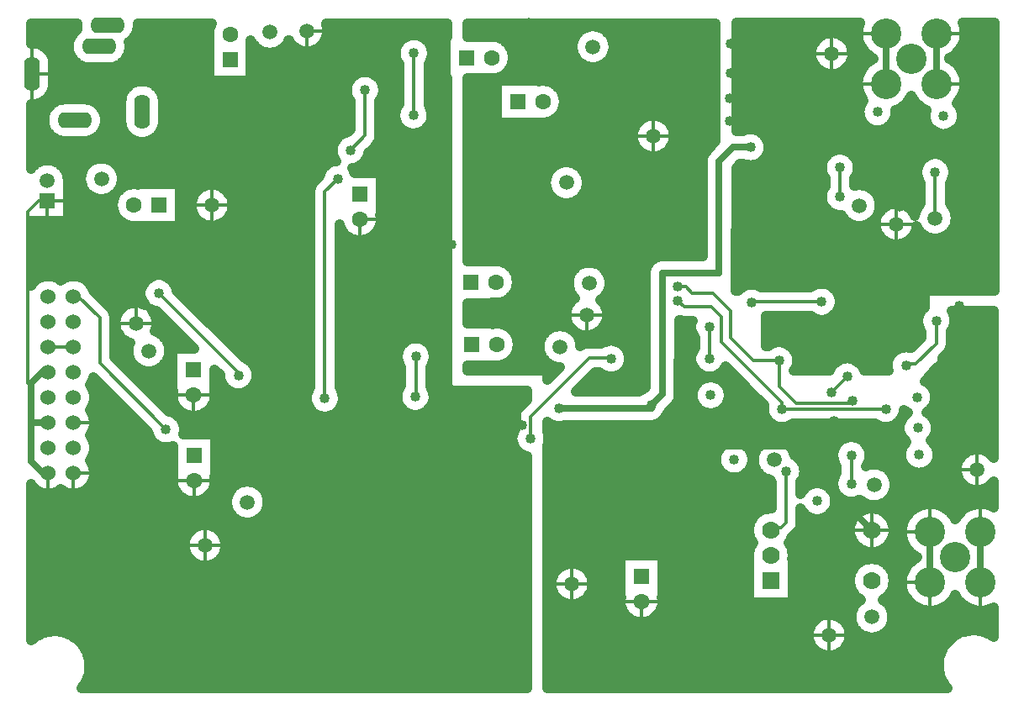
<source format=gbr>
G04 DipTrace 3.3.1.1*
G04 Bottom.gbr*
%MOIN*%
G04 #@! TF.FileFunction,Copper,L2,Bot*
G04 #@! TF.Part,Single*
G04 #@! TA.AperFunction,Conductor*
%ADD14C,0.027559*%
%ADD15C,0.011811*%
G04 #@! TA.AperFunction,CopperBalancing*
%ADD17C,0.04*%
%ADD18C,0.012992*%
G04 #@! TA.AperFunction,ComponentPad*
%ADD20C,0.062992*%
%ADD21R,0.062992X0.062992*%
%ADD23C,0.06*%
%ADD24O,0.062992X0.137795*%
%ADD25O,0.137795X0.062992*%
%ADD26R,0.059055X0.059055*%
%ADD27C,0.059055*%
%ADD29C,0.12*%
%ADD30C,0.059055*%
%ADD34R,0.07X0.07*%
%ADD35C,0.07*%
%FSLAX26Y26*%
G04*
G70*
G90*
G75*
G01*
G04 Bottom*
%LPD*%
X2913701Y1571415D2*
D14*
X2957923Y1615636D1*
Y2096563D1*
X3182867D1*
Y2538850D1*
X3239054Y2595037D1*
X3307402D1*
X2548227Y1559364D2*
X2913701D1*
Y1571415D1*
X3844625Y3047474D2*
Y2847474D1*
X4044625D2*
Y3047474D1*
X1474877Y2071140D2*
Y2305077D1*
Y2590714D1*
X1473306D1*
X523056Y1702283D2*
X496529D1*
X454950Y1660705D1*
Y1502283D1*
X523056D1*
X454950D2*
Y1348472D1*
X501139Y1302283D1*
X523056D1*
X3072751Y1614883D2*
X3078088Y1620220D1*
Y1835518D1*
X3787545Y1075293D2*
X3622025Y1240812D1*
Y1407987D1*
X3637623D1*
Y1508717D1*
X4218808Y1068297D2*
Y868297D1*
X4018808Y1068297D2*
Y868297D1*
X3157385Y1506210D2*
Y1407987D1*
X3322346D1*
X3622025D1*
X3322346Y1418999D2*
Y1407987D1*
X519448Y2383307D2*
D15*
X485358D1*
X441593Y2339542D1*
Y1660705D1*
X454950D1*
X1972554Y2968046D2*
Y2721335D1*
X1970634D1*
X3707050Y1373278D2*
Y1260436D1*
X1619399Y1598427D2*
Y2417742D1*
X1670078Y2468422D1*
X4043178Y1906416D2*
Y1815220D1*
X3962711Y1734753D1*
X3923349D1*
Y1729845D1*
X4039484Y2496215D2*
Y2314029D1*
X4039437D1*
X3420467Y1749592D2*
Y1646933D1*
X3486967Y1580433D1*
X3710007D1*
Y1590409D1*
X3019252Y2041207D2*
X3050634D1*
X3075409Y2016432D1*
X3157287D1*
X3228661Y1945058D1*
Y1839171D1*
X3318240Y1749592D1*
X3420467D1*
X3432219Y1556798D2*
Y1582717D1*
X3191685Y1823251D1*
Y1922682D1*
X3150832Y1963535D1*
X3043318D1*
X3019597Y1987256D1*
Y1985593D1*
X3844209Y1556850D2*
X3508699D1*
X3508647Y1556798D1*
X3432219D1*
X3661732Y2514268D2*
Y2398186D1*
X3689854Y1686274D2*
X3627660Y1624080D1*
X2434598Y1439378D2*
Y1525581D1*
X2667685Y1758668D1*
X2757378D1*
X2754849Y1756139D1*
X3144278D2*
Y1882438D1*
X3311710Y1978192D2*
Y1982102D1*
X3589094D1*
X1721263Y2583473D2*
X1778930Y2641140D1*
Y2821492D1*
X3448505Y1309688D2*
Y1105522D1*
X3428182Y1085199D1*
X3387545D1*
Y1075293D1*
X1980001Y1765281D2*
Y1604769D1*
X1978416D1*
X623056Y2002283D2*
X642686D1*
X727108Y1917861D1*
Y1738201D1*
X989551Y1475758D1*
X961126Y2016208D2*
X1276519Y1700814D1*
Y1690484D1*
X523056Y1802283D2*
X623056D1*
D17*
X2548227Y1559364D3*
X3707050Y1373278D3*
Y1260436D3*
X4043178Y1906416D3*
X3844209Y1556850D3*
X3661732Y2514268D3*
Y2398186D3*
X3689854Y1686274D3*
X3627660Y1624080D3*
X2754849Y1756139D3*
X3144278D3*
X3311710Y1978192D3*
X3589094Y1982102D3*
X2390392Y2355323D3*
X2795591Y2752517D3*
X2312198Y2633168D3*
X3225412Y2698152D3*
X1968819Y1886375D3*
X2207487Y1478472D3*
X2205039Y1965115D3*
X3307402Y2437556D3*
X2753975Y2184954D3*
X2992441Y2319446D3*
X3425512Y2083226D3*
X3897953Y2122596D3*
X3110551Y1335194D3*
X2953071Y1098974D3*
X2205039Y980864D3*
X1328608Y1100474D3*
X1850709Y1256454D3*
X3637944Y1019794D3*
X3474219Y706924D3*
X4134173Y1492675D3*
Y1965115D3*
Y2319446D3*
Y2122596D3*
X3509130Y2848550D3*
X3943864Y2744249D3*
X1418299Y2703041D3*
X1067587Y2713600D3*
X1227534Y2256841D3*
X1063307Y2083226D3*
X791873Y1899122D3*
X713631Y2250982D3*
X1127080Y2506601D3*
X4134173Y1807635D3*
X3897953Y2358816D3*
X3307402Y2122596D3*
X3819213Y2004486D3*
X3464882Y2476927D3*
X3543622Y2398186D3*
X4134173Y1650155D3*
X2029126Y2550772D3*
X2244399Y2204416D3*
X2220568Y2494280D3*
X2223630Y2353471D3*
X2540234Y2339203D3*
X2676665Y2286127D3*
X2848085Y2093281D3*
X2834961Y1847005D3*
X2716850D3*
X2541574Y2199760D3*
X2391988Y2208943D3*
X2236809Y3072844D3*
X2410354Y3014659D3*
X2429707Y3090022D3*
X2687600Y2877110D3*
X2756220Y2555667D3*
X2874331Y2437556D3*
X3110551Y2634407D3*
Y2791887D3*
X3092970Y2993232D3*
X3110551Y2437556D3*
Y2201336D3*
X2834961Y1965115D3*
X3307402Y2280076D3*
X3229214Y2890121D3*
X3227314Y3006062D3*
X3358459Y2743769D3*
X3506713Y2734265D3*
X3679675Y2736165D3*
X3810820Y2734265D3*
X4073114Y2719060D3*
X3225412Y2789385D3*
X3386142Y2437556D3*
X3681575Y2040518D3*
X3937323Y2004486D3*
X3966676Y1603364D3*
X3970478Y1481720D3*
X3976180Y1375282D3*
X3877344Y1213726D3*
X3715786Y1187115D3*
X3571336Y1190917D3*
X3556760Y1087572D3*
X3563732Y922923D3*
X3539918Y828383D3*
X3366366Y703070D3*
X3228661Y705273D3*
X3071181D3*
X2911401Y594882D3*
X2698869Y791376D3*
X2829559Y989331D3*
X2953071Y1020234D3*
X3071181D3*
X3110551Y1177714D3*
X2953071D3*
X2831972Y1059770D3*
X2702727Y983744D3*
X2520000Y980864D3*
Y823383D3*
Y665903D3*
Y508423D3*
X3228661Y547793D3*
X4008491Y495270D3*
X3903954Y902014D3*
X3886848Y774669D3*
X3807020Y630218D3*
X3637860Y573198D3*
X4124432Y780371D3*
X3149386Y1610966D3*
X3322346Y1418999D3*
X3242518Y1356276D3*
X2992441Y1335194D3*
Y1532045D3*
X2839576Y1476018D3*
X2831972Y1293554D3*
X2687521Y1151003D3*
X2649508Y1318262D3*
X2765449Y1398091D3*
X2113933Y1477266D3*
X2323150Y1610785D3*
X2401890Y1492675D3*
X2323150Y1413934D3*
X2244409Y1335194D3*
X2126299Y1177714D3*
X1850709D3*
X1653858D3*
X1535748Y1295824D3*
X1417638Y1413934D3*
X1279121Y1517833D3*
X1278524Y1605009D3*
X1189790Y1677490D3*
X1092523Y1990842D3*
X1216399Y1901769D3*
X1311433Y1993003D3*
X1507202Y1994903D3*
X1549017Y1896067D3*
X1376056Y1897969D3*
X1994433Y1486508D3*
X1860728Y1487423D3*
X1678264Y1489323D3*
X1573726Y1485522D3*
X2362520Y1965115D3*
X2520000D3*
X2476573Y1906147D3*
X2460686Y1797902D3*
X2086819Y1924439D3*
X2008189Y2004486D3*
X2076810Y1816648D3*
X1850709Y1925745D3*
X1700121Y2209678D3*
X1847310Y2211979D3*
X2017496D3*
X1693228Y2122596D3*
X1535748Y2201336D3*
X2121218Y2208069D3*
X1233259Y2660443D3*
X1352849Y2527054D3*
X1334450Y2317770D3*
X1182663Y2119986D3*
X1063307Y2240706D3*
X1056403Y2447250D3*
X1058472Y2584549D3*
X811034Y1146496D3*
X501479Y2257791D3*
X827087Y2083226D3*
X1474877Y2305077D3*
X3072751Y1614883D3*
X1473306Y2590714D3*
X2750307Y1964777D3*
X1474877Y2071140D3*
X1970634Y2721335D3*
X1972554Y2968046D3*
X1670078Y2468422D3*
X1619399Y1598427D3*
X3307402Y2595037D3*
X2913701Y1571415D3*
X2434598Y1439378D3*
X3637623Y1508717D3*
X3157385Y1506210D3*
X1778930Y2821492D3*
X1721263Y2583473D3*
X1978416Y1604769D3*
X1980001Y1765281D3*
X989551Y1475758D3*
X1276519Y1690484D3*
X4039484Y2496215D3*
X961126Y2016208D3*
X3078088Y1835518D3*
X3019252Y2041207D3*
X3710007Y1590409D3*
X3420467Y1749592D3*
X3432219Y1556798D3*
X3019597Y1985593D3*
X3923349Y1729845D3*
X3144278Y1882438D3*
X3448505Y1309688D3*
X3256268Y3048879D2*
X3729044D1*
X4160226D2*
X4271469D1*
X3256124Y3009010D2*
X3556154D1*
X3702775D2*
X3735862D1*
X4153372D2*
X4271469D1*
X3255981Y2969142D2*
X3544384D1*
X3714581D2*
X3761125D1*
X4128110D2*
X4271469D1*
X3255837Y2929273D2*
X3553570D1*
X3705394D2*
X3764713D1*
X4124557D2*
X4271469D1*
X3255694Y2889404D2*
X3601225D1*
X3657704D2*
X3737190D1*
X4152045D2*
X4271469D1*
X3255586Y2849535D2*
X3729044D1*
X4160190D2*
X4271469D1*
X3255442Y2809667D2*
X3735611D1*
X4153624D2*
X4271469D1*
X3255299Y2769798D2*
X3744654D1*
X3928773D2*
X3960497D1*
X4128756D2*
X4271469D1*
X3255155Y2729929D2*
X3735360D1*
X3886286D2*
X3998355D1*
X4147882D2*
X4271469D1*
X3255012Y2690060D2*
X3750503D1*
X3871143D2*
X4003666D1*
X4142571D2*
X4271469D1*
X3357066Y2650192D2*
X4049526D1*
X4096711D2*
X4271469D1*
X3381360Y2610323D2*
X4271469D1*
X3378633Y2570454D2*
X3613353D1*
X3710131D2*
X4271469D1*
X3342605Y2530585D2*
X3588019D1*
X3735465D2*
X3972662D1*
X4106292D2*
X4271469D1*
X3254330Y2490717D2*
X3590101D1*
X3733348D2*
X3964086D1*
X4114869D2*
X4271469D1*
X3254186Y2450848D2*
X3600220D1*
X3723229D2*
X3977973D1*
X4100982D2*
X4271469D1*
X3254079Y2410979D2*
X3587302D1*
X3808741D2*
X3977973D1*
X4100982D2*
X4271469D1*
X3253935Y2371110D2*
X3591464D1*
X3823453D2*
X3873657D1*
X3895939D2*
X3977793D1*
X4101089D2*
X4271469D1*
X3253792Y2331241D2*
X3632336D1*
X4122727D2*
X4271469D1*
X3253648Y2291373D2*
X3698327D1*
X3779029D2*
X3799664D1*
X4121328D2*
X4271469D1*
X3253505Y2251504D2*
X3809532D1*
X3960064D2*
X3983750D1*
X4095132D2*
X4271469D1*
X3253361Y2211635D2*
X3860954D1*
X3908642D2*
X4271469D1*
X3253254Y2171766D2*
X4271469D1*
X3253110Y2131898D2*
X4271469D1*
X3252966Y2092029D2*
X4271469D1*
X3252823Y2052160D2*
X3570328D1*
X3607861D2*
X4271469D1*
X3658027Y2012291D2*
X3994336D1*
X3664020Y1972423D2*
X3992901D1*
X3644786Y1932554D2*
X3972518D1*
X3370774Y1892685D2*
X3968894D1*
X3370774Y1852816D2*
X3981669D1*
X3457829Y1812948D2*
X3955581D1*
X3492099Y1773079D2*
X3862282D1*
X3494180Y1733210D2*
X3631798D1*
X3747917D2*
X3847821D1*
X4156210Y3045637D2*
X4155484Y3034641D1*
X4153679Y3023771D1*
X4150809Y3013132D1*
X4146905Y3002828D1*
X4142004Y2992959D1*
X4136153Y2983621D1*
X4129410Y2974906D1*
X4121840Y2966899D1*
X4113518Y2959677D1*
X4104523Y2953311D1*
X4094945Y2947863D1*
X4094167Y2947477D1*
X4103505Y2942277D1*
X4112567Y2936009D1*
X4120967Y2928877D1*
X4128622Y2920951D1*
X4135459Y2912310D1*
X4141410Y2903036D1*
X4146418Y2893220D1*
X4150433Y2882958D1*
X4153417Y2872351D1*
X4155340Y2861501D1*
X4156183Y2850514D1*
X4155983Y2840130D1*
X4154716Y2829184D1*
X4152375Y2818416D1*
X4148985Y2807932D1*
X4144576Y2797833D1*
X4139194Y2788218D1*
X4132889Y2779180D1*
X4125724Y2770809D1*
X4124203Y2769235D1*
X4131040Y2761146D1*
X4136910Y2751566D1*
X4141210Y2741186D1*
X4143833Y2730261D1*
X4144714Y2719060D1*
X4143833Y2707860D1*
X4141210Y2696935D1*
X4136910Y2686555D1*
X4131040Y2676975D1*
X4123743Y2668432D1*
X4115200Y2661135D1*
X4105620Y2655264D1*
X4095240Y2650965D1*
X4084315Y2648342D1*
X4073114Y2647460D1*
X4061913Y2648342D1*
X4050989Y2650965D1*
X4040608Y2655264D1*
X4031029Y2661135D1*
X4022485Y2668432D1*
X4015189Y2676975D1*
X4009318Y2686555D1*
X4005019Y2696935D1*
X4002396Y2707860D1*
X4001514Y2719060D1*
X4002396Y2730261D1*
X4005019Y2741186D1*
X4005649Y2742896D1*
X3995666Y2747186D1*
X3986014Y2752503D1*
X3976934Y2758746D1*
X3968514Y2765854D1*
X3960836Y2773758D1*
X3953975Y2782380D1*
X3947997Y2791637D1*
X3944576Y2797833D1*
X3939194Y2788218D1*
X3932889Y2779180D1*
X3925724Y2770809D1*
X3917768Y2763185D1*
X3909099Y2756383D1*
X3899802Y2750468D1*
X3889966Y2745500D1*
X3881962Y2742308D1*
X3882420Y2734265D1*
X3881539Y2723064D1*
X3878916Y2712139D1*
X3874616Y2701759D1*
X3868746Y2692180D1*
X3861449Y2683636D1*
X3852906Y2676339D1*
X3843326Y2670469D1*
X3832946Y2666169D1*
X3822021Y2663547D1*
X3810820Y2662665D1*
X3799620Y2663547D1*
X3788695Y2666169D1*
X3778314Y2670469D1*
X3768735Y2676339D1*
X3760191Y2683636D1*
X3752895Y2692180D1*
X3747024Y2701759D1*
X3742725Y2712139D1*
X3740102Y2723064D1*
X3739220Y2734265D1*
X3740102Y2745466D1*
X3742725Y2756391D1*
X3747024Y2766771D1*
X3752895Y2776351D1*
X3755763Y2779989D1*
X3749888Y2788487D1*
X3744532Y2798117D1*
X3740153Y2808228D1*
X3736792Y2818722D1*
X3734482Y2829497D1*
X3733246Y2840446D1*
X3733096Y2851464D1*
X3734033Y2862444D1*
X3736049Y2873277D1*
X3739123Y2883859D1*
X3743225Y2894086D1*
X3748316Y2903858D1*
X3754346Y2913081D1*
X3761256Y2921664D1*
X3768979Y2929524D1*
X3777439Y2936584D1*
X3786555Y2942775D1*
X3795083Y2947471D1*
X3786014Y2952503D1*
X3776934Y2958746D1*
X3768514Y2965854D1*
X3760836Y2973758D1*
X3753975Y2982380D1*
X3747997Y2991637D1*
X3742962Y3001439D1*
X3738918Y3011689D1*
X3735904Y3022288D1*
X3733950Y3033132D1*
X3733075Y3044117D1*
X3733288Y3055134D1*
X3734586Y3066076D1*
X3736957Y3076837D1*
X3740377Y3087312D1*
X3740940Y3088749D1*
X3252410Y3088748D1*
X3250920Y2660381D1*
X3278203Y2660416D1*
X3285276Y2663132D1*
X3296201Y2665755D1*
X3307402Y2666637D1*
X3318602Y2665755D1*
X3329527Y2663132D1*
X3339907Y2658833D1*
X3349487Y2652962D1*
X3358030Y2645666D1*
X3365327Y2637122D1*
X3371198Y2627542D1*
X3375497Y2617162D1*
X3378120Y2606237D1*
X3379002Y2595037D1*
X3378120Y2583836D1*
X3375497Y2572911D1*
X3371198Y2562531D1*
X3365327Y2552951D1*
X3358030Y2544408D1*
X3349487Y2537111D1*
X3339907Y2531241D1*
X3329527Y2526941D1*
X3318602Y2524318D1*
X3307402Y2523437D1*
X3296201Y2524318D1*
X3285276Y2526941D1*
X3278346Y2529650D1*
X3266171Y2529657D1*
X3250395Y2513917D1*
X3248731Y2024517D1*
X3257265Y2024692D1*
X3265209Y2032637D1*
X3274299Y2039241D1*
X3284310Y2044341D1*
X3294995Y2047813D1*
X3306092Y2049571D1*
X3317328D1*
X3328425Y2047813D1*
X3339110Y2044341D1*
X3348450Y2039616D1*
X3546428Y2039608D1*
X3551684Y2043151D1*
X3561694Y2048252D1*
X3572380Y2051724D1*
X3583477Y2053482D1*
X3594712D1*
X3605809Y2051724D1*
X3616495Y2048252D1*
X3626505Y2043151D1*
X3635595Y2036547D1*
X3643540Y2028603D1*
X3650144Y2019513D1*
X3655244Y2009502D1*
X3658716Y1998817D1*
X3660474Y1987720D1*
Y1976485D1*
X3658716Y1965388D1*
X3655244Y1954702D1*
X3650144Y1944691D1*
X3643540Y1935602D1*
X3635595Y1927657D1*
X3626505Y1921053D1*
X3616495Y1915953D1*
X3605809Y1912481D1*
X3594712Y1910723D1*
X3583477D1*
X3572380Y1912481D1*
X3561694Y1915953D1*
X3551684Y1921053D1*
X3546474Y1924598D1*
X3366792Y1924597D1*
X3366772Y1807087D1*
X3377844Y1807097D1*
X3383056Y1810641D1*
X3393067Y1815742D1*
X3403753Y1819214D1*
X3414850Y1820971D1*
X3426085D1*
X3437182Y1819214D1*
X3447867Y1815742D1*
X3457878Y1810641D1*
X3466968Y1804037D1*
X3474912Y1796092D1*
X3481516Y1787003D1*
X3486617Y1776992D1*
X3490089Y1766307D1*
X3491846Y1755210D1*
Y1743974D1*
X3490089Y1732877D1*
X3486617Y1722192D1*
X3481516Y1712181D1*
X3479747Y1709533D1*
X3622111Y1709525D1*
X3626058Y1718780D1*
X3631929Y1728360D1*
X3639225Y1736903D1*
X3647769Y1744200D1*
X3657349Y1750070D1*
X3667729Y1754370D1*
X3678654Y1756993D1*
X3689854Y1757874D1*
X3701055Y1756993D1*
X3711980Y1754370D1*
X3722360Y1750070D1*
X3731940Y1744200D1*
X3740483Y1736903D1*
X3747780Y1728360D1*
X3753650Y1718780D1*
X3757532Y1709533D1*
X3854712Y1709525D1*
X3852631Y1718644D1*
X3851749Y1729845D1*
X3852631Y1741046D1*
X3855253Y1751971D1*
X3859553Y1762351D1*
X3865423Y1771931D1*
X3872720Y1780474D1*
X3881264Y1787771D1*
X3890843Y1793641D1*
X3901223Y1797941D1*
X3912148Y1800564D1*
X3923349Y1801445D1*
X3934550Y1800564D1*
X3944777Y1798138D1*
X3985661Y1839028D1*
X3985673Y1863772D1*
X3982129Y1869005D1*
X3977029Y1879016D1*
X3973557Y1889701D1*
X3971799Y1900798D1*
Y1912034D1*
X3973557Y1923131D1*
X3977029Y1933816D1*
X3982129Y1943827D1*
X3988733Y1952916D1*
X3996678Y1960861D1*
X3996871Y1965173D1*
X3997054Y2006734D1*
X3997985Y2011342D1*
X3999966Y2015606D1*
X4002888Y2019290D1*
X4006588Y2022190D1*
X4010864Y2024146D1*
X4015484Y2025049D1*
X4275439Y2026294D1*
X4275455Y3088761D1*
X4148294Y3088748D1*
X4151544Y3079456D1*
X4154177Y3068756D1*
X4155741Y3057849D1*
X4156225Y3047474D1*
X4156210Y3045637D1*
X3819540Y2357536D2*
X3818791Y2351210D1*
X3817549Y2344963D1*
X3815820Y2338832D1*
X3813615Y2332855D1*
X3810948Y2327070D1*
X3807835Y2321513D1*
X3804296Y2316216D1*
X3800353Y2311213D1*
X3796029Y2306536D1*
X3791351Y2302212D1*
X3786348Y2298268D1*
X3781052Y2294729D1*
X3775494Y2291616D1*
X3769709Y2288949D1*
X3763733Y2286745D1*
X3757602Y2285016D1*
X3751354Y2283773D1*
X3745028Y2283024D1*
X3738663Y2282774D1*
X3732298Y2283024D1*
X3725972Y2283773D1*
X3719724Y2285016D1*
X3713593Y2286745D1*
X3707617Y2288949D1*
X3701832Y2291616D1*
X3696274Y2294729D1*
X3690977Y2298268D1*
X3685975Y2302212D1*
X3681297Y2306536D1*
X3676973Y2311213D1*
X3673029Y2316216D1*
X3669490Y2321513D1*
X3666560Y2326745D1*
X3656115Y2326807D1*
X3645018Y2328565D1*
X3634332Y2332037D1*
X3624321Y2337137D1*
X3615232Y2343741D1*
X3607287Y2351686D1*
X3600683Y2360775D1*
X3595583Y2370786D1*
X3592111Y2381472D1*
X3590353Y2392569D1*
Y2403804D1*
X3592111Y2414901D1*
X3595583Y2425586D1*
X3600683Y2435597D1*
X3604228Y2440806D1*
X3604227Y2471641D1*
X3600683Y2476857D1*
X3595583Y2486868D1*
X3592111Y2497553D1*
X3590353Y2508650D1*
Y2519885D1*
X3592111Y2530982D1*
X3595583Y2541668D1*
X3600683Y2551679D1*
X3607287Y2560768D1*
X3615232Y2568713D1*
X3624321Y2575317D1*
X3634332Y2580417D1*
X3645018Y2583889D1*
X3656115Y2585647D1*
X3667350D1*
X3678447Y2583889D1*
X3689132Y2580417D1*
X3699143Y2575317D1*
X3708233Y2568713D1*
X3716177Y2560768D1*
X3722781Y2551679D1*
X3727882Y2541668D1*
X3731354Y2530982D1*
X3733112Y2519885D1*
Y2508650D1*
X3731354Y2497553D1*
X3727882Y2486868D1*
X3722781Y2476857D1*
X3719236Y2471648D1*
X3719238Y2442679D1*
X3725972Y2444030D1*
X3732298Y2444779D1*
X3738663Y2445029D1*
X3745028Y2444779D1*
X3751354Y2444030D1*
X3757602Y2442788D1*
X3763733Y2441058D1*
X3769709Y2438854D1*
X3775494Y2436187D1*
X3781052Y2433074D1*
X3786348Y2429535D1*
X3791351Y2425591D1*
X3796029Y2421267D1*
X3800353Y2416590D1*
X3804296Y2411587D1*
X3807835Y2406291D1*
X3810948Y2400733D1*
X3813615Y2394948D1*
X3815820Y2388971D1*
X3817549Y2382840D1*
X3818791Y2376593D1*
X3819540Y2370267D1*
X3819790Y2363902D1*
X3819540Y2357536D1*
X4120314Y2307664D2*
X4119566Y2301338D1*
X4118323Y2295090D1*
X4116594Y2288959D1*
X4114389Y2282983D1*
X4111722Y2277198D1*
X4108610Y2271640D1*
X4105071Y2266343D1*
X4101127Y2261341D1*
X4096803Y2256663D1*
X4092125Y2252339D1*
X4087123Y2248395D1*
X4081826Y2244856D1*
X4076268Y2241744D1*
X4070483Y2239077D1*
X4064507Y2236872D1*
X4058376Y2235143D1*
X4052128Y2233900D1*
X4045802Y2233151D1*
X4039437Y2232901D1*
X4033072Y2233151D1*
X4026746Y2233900D1*
X4020498Y2235143D1*
X4014367Y2236872D1*
X4008391Y2239077D1*
X4002606Y2241744D1*
X3997048Y2244856D1*
X3991751Y2248395D1*
X3986749Y2252339D1*
X3982071Y2256663D1*
X3977747Y2261341D1*
X3973803Y2266343D1*
X3970264Y2271640D1*
X3965391Y2281017D1*
X3963853Y2272082D1*
X3961288Y2263266D1*
X3957744Y2254796D1*
X3953265Y2246781D1*
X3947910Y2239323D1*
X3941746Y2232518D1*
X3934853Y2226454D1*
X3927318Y2221207D1*
X3919239Y2216845D1*
X3910719Y2213423D1*
X3901867Y2210987D1*
X3892796Y2209566D1*
X3883623Y2209179D1*
X3874464Y2209831D1*
X3865438Y2211514D1*
X3856660Y2214206D1*
X3848243Y2217872D1*
X3840293Y2222466D1*
X3832914Y2227929D1*
X3826199Y2234191D1*
X3820235Y2241171D1*
X3815097Y2248781D1*
X3810853Y2256922D1*
X3807555Y2265491D1*
X3805247Y2274377D1*
X3803957Y2283468D1*
X3803703Y2292646D1*
X3804488Y2301794D1*
X3806301Y2310794D1*
X3809119Y2319532D1*
X3812907Y2327896D1*
X3817616Y2335778D1*
X3823185Y2343078D1*
X3829543Y2349701D1*
X3836609Y2355564D1*
X3844292Y2360591D1*
X3852494Y2364717D1*
X3861110Y2367891D1*
X3870029Y2370070D1*
X3879137Y2371228D1*
X3888318Y2371349D1*
X3897453Y2370432D1*
X3906427Y2368489D1*
X3915123Y2365544D1*
X3923431Y2361636D1*
X3931244Y2356813D1*
X3938462Y2351139D1*
X3944993Y2344686D1*
X3950753Y2337536D1*
X3955668Y2329781D1*
X3958857Y2323410D1*
X3960551Y2332968D1*
X3962280Y2339099D1*
X3964485Y2345075D1*
X3967152Y2350860D1*
X3970264Y2356418D1*
X3973803Y2361714D1*
X3977747Y2366717D1*
X3981987Y2371303D1*
X3981979Y2453582D1*
X3978435Y2458804D1*
X3973334Y2468815D1*
X3969863Y2479501D1*
X3968105Y2490598D1*
Y2501833D1*
X3969863Y2512930D1*
X3973334Y2523615D1*
X3978435Y2533626D1*
X3985039Y2542716D1*
X3992984Y2550660D1*
X4002073Y2557264D1*
X4012084Y2562365D1*
X4022770Y2565837D1*
X4033867Y2567595D1*
X4045102D1*
X4056199Y2565837D1*
X4066884Y2562365D1*
X4076895Y2557264D1*
X4085985Y2550660D1*
X4093929Y2542716D1*
X4100533Y2533626D1*
X4105634Y2523615D1*
X4109106Y2512930D1*
X4110864Y2501833D1*
Y2490598D1*
X4109106Y2479501D1*
X4105634Y2468815D1*
X4100533Y2458804D1*
X4096988Y2453595D1*
X4096990Y2371231D1*
X4101127Y2366717D1*
X4105071Y2361714D1*
X4108610Y2356418D1*
X4111722Y2350860D1*
X4114389Y2345075D1*
X4116594Y2339099D1*
X4118323Y2332968D1*
X4119566Y2326720D1*
X4120314Y2320394D1*
X4120565Y2314029D1*
X4120314Y2307664D1*
X3710577Y2964991D2*
X3709850Y2955838D1*
X3708093Y2946826D1*
X3705330Y2938071D1*
X3701594Y2929683D1*
X3696935Y2921772D1*
X3691412Y2914437D1*
X3685096Y2907774D1*
X3678067Y2901867D1*
X3670416Y2896792D1*
X3662240Y2892614D1*
X3653645Y2889386D1*
X3644740Y2887151D1*
X3635639Y2885935D1*
X3626459Y2885756D1*
X3617318Y2886616D1*
X3608333Y2888503D1*
X3599618Y2891392D1*
X3591285Y2895249D1*
X3583442Y2900021D1*
X3576188Y2905650D1*
X3569617Y2912062D1*
X3563812Y2919176D1*
X3558848Y2926900D1*
X3554789Y2935135D1*
X3551686Y2943776D1*
X3549580Y2952713D1*
X3548496Y2961830D1*
X3548450Y2971012D1*
X3549442Y2980139D1*
X3551458Y2989097D1*
X3554474Y2997769D1*
X3558450Y3006044D1*
X3563336Y3013818D1*
X3569069Y3020989D1*
X3575576Y3027467D1*
X3582773Y3033169D1*
X3590568Y3038020D1*
X3598861Y3041960D1*
X3607546Y3044937D1*
X3616512Y3046914D1*
X3625644Y3047865D1*
X3634825Y3047779D1*
X3643938Y3046655D1*
X3652865Y3044509D1*
X3661492Y3041368D1*
X3669710Y3037273D1*
X3677412Y3032275D1*
X3684500Y3026439D1*
X3690883Y3019839D1*
X3696479Y3012560D1*
X3701217Y3004696D1*
X3705037Y2996347D1*
X3707888Y2987619D1*
X3709735Y2978625D1*
X3710554Y2969480D1*
X3710577Y2964991D1*
X4044625Y3047474D2*
D18*
X4156189D1*
X4044625Y2847474D2*
X4156189D1*
X3733061D2*
X3844625D1*
X3733061Y3047474D2*
X3844625D1*
X3629470Y3047920D2*
Y2885736D1*
X3548378Y2966828D2*
X3710561D1*
X3884797Y2371390D2*
Y2209206D1*
X3803705Y2290298D2*
X3965888D1*
X2189687Y3046979D2*
D17*
X2617285D1*
X2747327D2*
X3165309D1*
X2346537Y3007110D2*
X2598339D1*
X2766310D2*
X3165309D1*
X2366919Y2967241D2*
X2601568D1*
X2763045D2*
X3165309D1*
X2365197Y2927373D2*
X2631352D1*
X2733261D2*
X3165309D1*
X2339360Y2887504D2*
X3165309D1*
X2189687Y2847635D2*
X2296624D1*
X2528829D2*
X3165309D1*
X2189687Y2807766D2*
X2296624D1*
X2564246D2*
X3165309D1*
X2189687Y2767898D2*
X2296624D1*
X2570454D2*
X3165309D1*
X2189687Y2728029D2*
X2296624D1*
X2555957D2*
X3165309D1*
X2189687Y2688160D2*
X2852686D1*
X2990766D2*
X3165309D1*
X2189687Y2648291D2*
X2837076D1*
X3006411D2*
X3165309D1*
X2189687Y2608423D2*
X2842853D1*
X3000598D2*
X3155979D1*
X2189687Y2568554D2*
X2878666D1*
X2964786D2*
X3120633D1*
X2189687Y2528685D2*
X2540852D1*
X2613659D2*
X3113492D1*
X2189687Y2488816D2*
X2499801D1*
X2654675D2*
X3113492D1*
X2189687Y2448948D2*
X2492301D1*
X2662174D2*
X3113492D1*
X2189687Y2409079D2*
X2505901D1*
X2648574D2*
X3113492D1*
X2189687Y2369210D2*
X3113492D1*
X2189687Y2329341D2*
X3113492D1*
X2189687Y2289472D2*
X3113492D1*
X2189687Y2249604D2*
X3113492D1*
X2189687Y2209735D2*
X3113492D1*
X2189687Y2169866D2*
X3113492D1*
X2346896Y2129997D2*
X2629271D1*
X2705666D2*
X2897756D1*
X2379084Y2090129D2*
X2589655D1*
X2745246D2*
X2888534D1*
X2383964Y2050260D2*
X2582549D1*
X2752351D2*
X2888534D1*
X2367816Y2010391D2*
X2596652D1*
X2738249D2*
X2888534D1*
X2189687Y1970522D2*
X2583052D1*
X2731790D2*
X2888534D1*
X2189687Y1930654D2*
X2572287D1*
X2742555D2*
X2888534D1*
X4114551D2*
X4267671D1*
X2331896Y1890785D2*
X2582514D1*
X2732364D2*
X2888534D1*
X3027296D2*
X3069175D1*
X4117063D2*
X4267671D1*
X2378510Y1850916D2*
X2481787D1*
X2678789D2*
X2888534D1*
X3027296D2*
X3075993D1*
X4104683D2*
X4267671D1*
X2388091Y1811047D2*
X2467110D1*
X2804814D2*
X2888534D1*
X3027296D2*
X3082775D1*
X4104539D2*
X4267671D1*
X2377254Y1771178D2*
X2473713D1*
X2828856D2*
X2888534D1*
X3027296D2*
X3070287D1*
X4084444D2*
X4267671D1*
X2324145Y1731310D2*
X2511750D1*
X2826022D2*
X2888534D1*
X3027296D2*
X3073122D1*
X4062842D2*
X4267671D1*
X2685786Y1691441D2*
X2720165D1*
X2789527D2*
X2888534D1*
X3027296D2*
X3109616D1*
X3178942D2*
X3238154D1*
X4025773D2*
X4267671D1*
X2645919Y1651572D2*
X2888534D1*
X3027296D2*
X3086399D1*
X3212351D2*
X3278021D1*
X4023620D2*
X4267671D1*
X3027188Y1611703D2*
X3073804D1*
X3224982D2*
X3317924D1*
X4041778D2*
X4267671D1*
X3010466Y1571835D2*
X3085430D1*
X3213355D2*
X3357791D1*
X4034960D2*
X4267671D1*
X2977453Y1531966D2*
X3361057D1*
X4025486D2*
X4267671D1*
X2576770Y1492097D2*
X3397551D1*
X3466877D2*
X3809645D1*
X4045330D2*
X4267671D1*
X2509021Y1452228D2*
X3901222D1*
X4039732D2*
X4267671D1*
X2504894Y1412360D2*
X3194016D1*
X3291045D2*
X3340711D1*
X3463145D2*
X3643071D1*
X3771032D2*
X3910910D1*
X4041419D2*
X4267671D1*
X2504643Y1372491D2*
X3168789D1*
X3486901D2*
X3631444D1*
X3782658D2*
X3900647D1*
X4051718D2*
X4143404D1*
X2504643Y1332622D2*
X3170942D1*
X3520345D2*
X3644111D1*
X3827980D2*
X3914678D1*
X4037687D2*
X4121945D1*
X2504643Y1292753D2*
X3205463D1*
X3279562D2*
X3345698D1*
X3522067D2*
X3639159D1*
X3873804D2*
X4123452D1*
X2504643Y1252885D2*
X3387001D1*
X3510010D2*
X3531471D1*
X3611203D2*
X3631839D1*
X3882560D2*
X4149863D1*
X2504643Y1213016D2*
X3387001D1*
X3870323D2*
X4267671D1*
X2504643Y1173147D2*
X3387001D1*
X3644683D2*
X3976578D1*
X4061048D2*
X4176597D1*
X2504643Y1133278D2*
X3319216D1*
X3617806D2*
X3719217D1*
X3855862D2*
X3924080D1*
X2504643Y1093409D2*
X3298870D1*
X3508718D2*
X3698871D1*
X3876244D2*
X3906066D1*
X2504643Y1053541D2*
X3299731D1*
X3481841D2*
X3699732D1*
X3875383D2*
X3904200D1*
X2504643Y1013672D2*
X3305903D1*
X3469174D2*
X3722698D1*
X3852381D2*
X3917477D1*
X2504643Y973803D2*
X2787879D1*
X2962058D2*
X3296968D1*
X3478145D2*
X3955443D1*
X2504643Y933934D2*
X2555816D1*
X2641649D2*
X2787879D1*
X2962058D2*
X3296932D1*
X3478145D2*
X3719827D1*
X3855252D2*
X3924546D1*
X2677569Y894066D2*
X2787879D1*
X2962058D2*
X3296932D1*
X3478145D2*
X3699014D1*
X3876100D2*
X3906209D1*
X2683418Y854197D2*
X2787879D1*
X2962058D2*
X3296932D1*
X3478145D2*
X3699552D1*
X3875526D2*
X3904092D1*
X2504643Y814328D2*
X2529656D1*
X2667844D2*
X2787879D1*
X2962058D2*
X3296932D1*
X3478145D2*
X3722052D1*
X3853063D2*
X3917118D1*
X2504643Y774459D2*
X2790104D1*
X2959834D2*
X3715413D1*
X3861173D2*
X3954402D1*
X4083224D2*
X4154384D1*
X2504643Y734591D2*
X2812495D1*
X2937478D2*
X3583072D1*
X3653870D2*
X3703213D1*
X3873373D2*
X4267671D1*
X2504643Y694722D2*
X3541231D1*
X3864582D2*
X4267671D1*
X2504643Y654853D2*
X3533480D1*
X3703462D2*
X3757972D1*
X3818650D2*
X4110570D1*
X2504643Y614984D2*
X3546829D1*
X3690113D2*
X4071671D1*
X2504643Y575115D2*
X4054268D1*
X2504643Y535247D2*
X4049926D1*
X2504643Y495378D2*
X4057354D1*
X2504643Y455509D2*
X4078956D1*
X2364304Y2944232D2*
X2363537Y2937753D1*
X2362264Y2931354D1*
X2360493Y2925074D1*
X2358235Y2918952D1*
X2355503Y2913027D1*
X2352315Y2907334D1*
X2348690Y2901909D1*
X2344651Y2896785D1*
X2340222Y2891994D1*
X2335431Y2887565D1*
X2330307Y2883526D1*
X2324882Y2879901D1*
X2319189Y2876713D1*
X2313263Y2873981D1*
X2307142Y2871723D1*
X2300862Y2869952D1*
X2294463Y2868679D1*
X2287984Y2867912D1*
X2281464Y2867656D1*
X2274944Y2867912D1*
X2264540Y2869460D1*
X2264560Y2867656D1*
X2185651D1*
X2185669Y2143537D1*
X2280571Y2143508D1*
Y2141750D1*
X2290955Y2143252D1*
X2297475Y2143508D1*
X2303994Y2143252D1*
X2310474Y2142485D1*
X2316873Y2141212D1*
X2323153Y2139441D1*
X2329274Y2137183D1*
X2335200Y2134451D1*
X2340892Y2131263D1*
X2346317Y2127638D1*
X2351441Y2123599D1*
X2356232Y2119170D1*
X2360661Y2114379D1*
X2364701Y2109255D1*
X2368326Y2103830D1*
X2371514Y2098137D1*
X2374245Y2092212D1*
X2376504Y2086090D1*
X2378275Y2079810D1*
X2379548Y2073411D1*
X2380315Y2066932D1*
X2380571Y2060412D1*
X2380315Y2053892D1*
X2379548Y2047413D1*
X2378275Y2041014D1*
X2376504Y2034734D1*
X2374245Y2028613D1*
X2371514Y2022687D1*
X2368326Y2016994D1*
X2364701Y2011569D1*
X2360661Y2006445D1*
X2356232Y2001654D1*
X2351441Y1997225D1*
X2346317Y1993186D1*
X2340892Y1989561D1*
X2335200Y1986373D1*
X2329274Y1983641D1*
X2323153Y1981383D1*
X2316873Y1979612D1*
X2310474Y1978339D1*
X2303994Y1977572D1*
X2297475Y1977316D1*
X2290955Y1977572D1*
X2280551Y1979120D1*
X2280571Y1977316D1*
X2185657D1*
X2185669Y1895290D1*
X2284083Y1895262D1*
Y1893504D1*
X2294467Y1895006D1*
X2300987Y1895262D1*
X2307507Y1895006D1*
X2313986Y1894239D1*
X2320385Y1892966D1*
X2326665Y1891195D1*
X2332787Y1888937D1*
X2338712Y1886205D1*
X2344405Y1883017D1*
X2349830Y1879392D1*
X2354954Y1875353D1*
X2359745Y1870924D1*
X2364174Y1866133D1*
X2368213Y1861009D1*
X2371838Y1855584D1*
X2375026Y1849891D1*
X2377758Y1843966D1*
X2380016Y1837844D1*
X2381787Y1831565D1*
X2383060Y1825165D1*
X2383827Y1818686D1*
X2384083Y1812166D1*
X2383827Y1805647D1*
X2383060Y1799167D1*
X2381787Y1792768D1*
X2380016Y1786488D1*
X2377758Y1780367D1*
X2375026Y1774441D1*
X2371838Y1768749D1*
X2368213Y1763324D1*
X2364174Y1758200D1*
X2359745Y1753408D1*
X2354954Y1748979D1*
X2349830Y1744940D1*
X2344405Y1741315D1*
X2338712Y1738127D1*
X2332787Y1735395D1*
X2326665Y1733137D1*
X2320385Y1731366D1*
X2313986Y1730093D1*
X2307507Y1729326D1*
X2300987Y1729070D1*
X2294467Y1729326D1*
X2284063Y1730874D1*
X2284083Y1729070D1*
X2185669Y1728895D1*
Y1709553D1*
X2482199Y1709463D1*
X2486810Y1708546D1*
X2491080Y1706578D1*
X2494772Y1703667D1*
X2497683Y1699975D1*
X2499651Y1695705D1*
X2500568Y1691094D1*
X2500630Y1672911D1*
X2550519Y1722827D1*
X2539230Y1723804D1*
X2532982Y1725047D1*
X2526851Y1726776D1*
X2520875Y1728981D1*
X2515090Y1731648D1*
X2509532Y1734760D1*
X2504236Y1738299D1*
X2499233Y1742243D1*
X2494555Y1746567D1*
X2490231Y1751245D1*
X2486288Y1756247D1*
X2482749Y1761544D1*
X2479636Y1767102D1*
X2476969Y1772887D1*
X2474764Y1778863D1*
X2473035Y1784994D1*
X2471793Y1791242D1*
X2471044Y1797568D1*
X2470794Y1803933D1*
X2471044Y1810298D1*
X2471793Y1816624D1*
X2473035Y1822872D1*
X2474764Y1829003D1*
X2476969Y1834979D1*
X2479636Y1840764D1*
X2482749Y1846322D1*
X2486288Y1851619D1*
X2490231Y1856621D1*
X2494555Y1861299D1*
X2499233Y1865623D1*
X2504236Y1869567D1*
X2509532Y1873106D1*
X2515090Y1876218D1*
X2520875Y1878885D1*
X2526851Y1881090D1*
X2532982Y1882819D1*
X2539230Y1884062D1*
X2545556Y1884811D1*
X2551921Y1885061D1*
X2558286Y1884811D1*
X2564612Y1884062D1*
X2570860Y1882819D1*
X2576991Y1881090D1*
X2582967Y1878885D1*
X2588752Y1876218D1*
X2594310Y1873106D1*
X2599607Y1869567D1*
X2604609Y1865623D1*
X2609287Y1861299D1*
X2613611Y1856621D1*
X2617555Y1851619D1*
X2621094Y1846322D1*
X2624206Y1840764D1*
X2626873Y1834979D1*
X2629078Y1829003D1*
X2630807Y1822872D1*
X2632050Y1816624D1*
X2632799Y1810298D1*
X2633024Y1804555D1*
X2637638Y1807700D1*
X2645679Y1811796D1*
X2654261Y1814585D1*
X2663173Y1815996D1*
X2686058Y1816174D1*
X2715806D1*
X2722343Y1819935D1*
X2732723Y1824235D1*
X2743648Y1826858D1*
X2754849Y1827739D1*
X2766050Y1826858D1*
X2776975Y1824235D1*
X2787355Y1819935D1*
X2796935Y1814065D1*
X2805478Y1806768D1*
X2812775Y1798225D1*
X2818645Y1788645D1*
X2822945Y1778265D1*
X2825568Y1767340D1*
X2826449Y1756139D1*
X2825568Y1744938D1*
X2822945Y1734013D1*
X2818645Y1723633D1*
X2812775Y1714054D1*
X2805478Y1705510D1*
X2796935Y1698213D1*
X2787355Y1692343D1*
X2776975Y1688043D1*
X2766050Y1685421D1*
X2754849Y1684539D1*
X2743648Y1685421D1*
X2732723Y1688043D1*
X2722343Y1692343D1*
X2712764Y1698213D1*
X2709021Y1701164D1*
X2691530Y1701162D1*
X2615098Y1624756D1*
X2865910Y1624743D1*
X2871615Y1629340D1*
X2881195Y1635211D1*
X2888011Y1638195D1*
X2892543Y1643196D1*
X2892745Y2101693D1*
X2894349Y2111826D1*
X2897520Y2121583D1*
X2902177Y2130724D1*
X2908208Y2139024D1*
X2915462Y2146278D1*
X2923762Y2152308D1*
X2932903Y2156966D1*
X2942660Y2160136D1*
X2952793Y2161741D1*
X2976295Y2161943D1*
X3117500D1*
X3117488Y2538850D1*
X3118293Y2549078D1*
X3120688Y2559054D1*
X3124614Y2568532D1*
X3129974Y2577280D1*
X3136637Y2585081D1*
X3169293Y2617737D1*
X3169291Y3086819D1*
X2185647Y3086848D1*
X2185669Y3033823D1*
X2264560Y3033848D1*
Y3032090D1*
X2274944Y3033592D1*
X2281464Y3033848D1*
X2287984Y3033592D1*
X2294463Y3032825D1*
X2300862Y3031552D1*
X2307142Y3029781D1*
X2313263Y3027523D1*
X2319189Y3024791D1*
X2324882Y3021603D1*
X2330307Y3017978D1*
X2335431Y3013939D1*
X2340222Y3009510D1*
X2344651Y3004719D1*
X2348690Y2999595D1*
X2352315Y2994170D1*
X2355503Y2988477D1*
X2358235Y2982551D1*
X2360493Y2976430D1*
X2362264Y2970150D1*
X2363537Y2963751D1*
X2364304Y2957272D1*
X2364560Y2950752D1*
X2364304Y2944232D1*
X2566549Y2768915D2*
X2565782Y2762436D1*
X2564510Y2756036D1*
X2562738Y2749757D1*
X2560480Y2743635D1*
X2557749Y2737710D1*
X2554560Y2732017D1*
X2550936Y2726592D1*
X2546896Y2721468D1*
X2542467Y2716677D1*
X2537676Y2712248D1*
X2532552Y2708209D1*
X2527127Y2704584D1*
X2521434Y2701396D1*
X2515509Y2698664D1*
X2509388Y2696406D1*
X2503108Y2694635D1*
X2496709Y2693362D1*
X2490229Y2692595D1*
X2483709Y2692339D1*
X2477190Y2692595D1*
X2466786Y2694143D1*
X2466806Y2692339D1*
X2300613D1*
Y2858531D1*
X2466806D1*
Y2856773D1*
X2477190Y2858275D1*
X2483709Y2858531D1*
X2490229Y2858275D1*
X2496709Y2857508D1*
X2503108Y2856235D1*
X2509388Y2854464D1*
X2515509Y2852206D1*
X2521434Y2849474D1*
X2527127Y2846286D1*
X2532552Y2842661D1*
X2537676Y2838622D1*
X2542467Y2834193D1*
X2546896Y2829401D1*
X2550936Y2824278D1*
X2554560Y2818852D1*
X2557749Y2813160D1*
X2560480Y2807234D1*
X2562738Y2801113D1*
X2564510Y2794833D1*
X2565782Y2788434D1*
X2566549Y2781955D1*
X2566806Y2775435D1*
X2566549Y2768915D1*
X2958054Y791778D2*
X2957344Y782623D1*
X2955628Y773603D1*
X2952928Y764828D1*
X2949276Y756403D1*
X2944717Y748434D1*
X2939307Y741015D1*
X2933111Y734239D1*
X2926206Y728188D1*
X2918675Y722936D1*
X2910610Y718546D1*
X2902111Y715073D1*
X2893280Y712559D1*
X2884226Y711035D1*
X2875059Y710519D1*
X2865890Y711017D1*
X2856833Y712524D1*
X2847998Y715021D1*
X2839491Y718477D1*
X2831418Y722851D1*
X2823877Y728088D1*
X2816960Y734126D1*
X2810751Y740890D1*
X2805326Y748298D1*
X2800752Y756259D1*
X2797084Y764676D1*
X2794366Y773447D1*
X2792633Y782463D1*
X2791906Y791616D1*
X2792192Y800793D1*
X2793490Y809883D1*
X2793625Y810522D1*
X2791882Y810519D1*
Y976711D1*
X2958074D1*
Y810519D1*
X2956370Y810358D1*
X2957720Y801276D1*
X2958054Y791778D1*
X4087860Y449658D2*
X4079266Y460463D1*
X4074208Y468129D1*
X4069670Y476115D1*
X4065672Y484384D1*
X4062233Y492900D1*
X4059366Y501626D1*
X4057085Y510523D1*
X4055400Y519552D1*
X4054319Y528672D1*
X4053845Y537845D1*
X4053981Y547028D1*
X4054727Y556183D1*
X4056079Y565267D1*
X4058032Y574242D1*
X4060576Y583067D1*
X4063700Y591704D1*
X4067391Y600115D1*
X4071633Y608261D1*
X4076406Y616108D1*
X4081689Y623621D1*
X4087460Y630767D1*
X4093692Y637513D1*
X4100359Y643831D1*
X4107431Y649692D1*
X4114876Y655070D1*
X4122662Y659943D1*
X4130754Y664287D1*
X4139116Y668085D1*
X4147713Y671319D1*
X4156505Y673975D1*
X4165454Y676041D1*
X4174521Y677508D1*
X4183665Y678371D1*
X4192846Y678624D1*
X4202024Y678267D1*
X4211158Y677301D1*
X4220207Y675731D1*
X4229133Y673563D1*
X4237894Y670808D1*
X4246453Y667477D1*
X4254773Y663584D1*
X4262815Y659148D1*
X4271670Y653356D1*
X4271653Y769972D1*
X4262465Y765590D1*
X4252124Y761785D1*
X4241457Y759019D1*
X4230570Y757318D1*
X4219569Y756699D1*
X4208559Y757168D1*
X4197650Y758721D1*
X4186947Y761341D1*
X4176555Y765005D1*
X4166574Y769675D1*
X4157103Y775307D1*
X4148234Y781846D1*
X4140052Y789227D1*
X4132638Y797379D1*
X4126065Y806223D1*
X4120395Y815671D1*
X4118760Y818656D1*
X4113377Y809041D1*
X4107073Y800003D1*
X4099908Y791632D1*
X4091952Y784008D1*
X4083283Y777205D1*
X4073985Y771291D1*
X4064150Y766323D1*
X4053873Y762348D1*
X4043253Y759407D1*
X4032396Y757527D1*
X4021406Y756727D1*
X4010390Y757015D1*
X3999457Y758387D1*
X3988712Y760831D1*
X3978261Y764323D1*
X3968205Y768829D1*
X3958642Y774304D1*
X3949666Y780695D1*
X3941365Y787941D1*
X3933818Y795970D1*
X3927099Y804704D1*
X3921275Y814058D1*
X3916402Y823941D1*
X3912527Y834257D1*
X3909688Y844904D1*
X3907913Y855779D1*
X3907219Y866776D1*
X3907613Y877788D1*
X3909091Y888708D1*
X3911639Y899428D1*
X3915231Y909846D1*
X3919833Y919858D1*
X3925401Y929367D1*
X3931879Y938281D1*
X3939204Y946512D1*
X3947306Y953982D1*
X3956104Y960615D1*
X3965514Y966349D1*
X3969267Y968294D1*
X3960198Y973326D1*
X3951118Y979569D1*
X3942698Y986677D1*
X3935020Y994581D1*
X3928159Y1003203D1*
X3922181Y1012460D1*
X3917146Y1022261D1*
X3913101Y1032512D1*
X3910088Y1043111D1*
X3908134Y1053955D1*
X3907259Y1064939D1*
X3907472Y1075957D1*
X3908770Y1086899D1*
X3911141Y1097660D1*
X3914561Y1108135D1*
X3918998Y1118221D1*
X3924408Y1127821D1*
X3930738Y1136840D1*
X3937927Y1145191D1*
X3945905Y1152793D1*
X3954593Y1159570D1*
X3963907Y1165458D1*
X3973757Y1170399D1*
X3984045Y1174344D1*
X3994673Y1177255D1*
X4005536Y1179105D1*
X4016528Y1179873D1*
X4027543Y1179554D1*
X4038472Y1178151D1*
X4049210Y1175676D1*
X4059651Y1172154D1*
X4069694Y1167620D1*
X4079241Y1162118D1*
X4088199Y1155701D1*
X4096480Y1148432D1*
X4104004Y1140381D1*
X4110698Y1131628D1*
X4116495Y1122258D1*
X4118806Y1117838D1*
X4123441Y1126259D1*
X4129622Y1135381D1*
X4136672Y1143849D1*
X4144524Y1151581D1*
X4153099Y1158501D1*
X4162315Y1164541D1*
X4172082Y1169643D1*
X4182304Y1173757D1*
X4192882Y1176843D1*
X4203713Y1178871D1*
X4214691Y1179821D1*
X4225710Y1179683D1*
X4236661Y1178459D1*
X4247438Y1176162D1*
X4257936Y1172813D1*
X4268052Y1168445D1*
X4271656Y1166588D1*
X4271653Y1268978D1*
X4266020Y1261859D1*
X4259554Y1255340D1*
X4252393Y1249594D1*
X4244629Y1244693D1*
X4236361Y1240702D1*
X4227695Y1237670D1*
X4218741Y1235636D1*
X4209615Y1234627D1*
X4200434Y1234656D1*
X4191314Y1235723D1*
X4182374Y1237812D1*
X4173727Y1240899D1*
X4165484Y1244943D1*
X4157751Y1249892D1*
X4150626Y1255683D1*
X4144202Y1262243D1*
X4138560Y1269486D1*
X4133772Y1277320D1*
X4129900Y1285645D1*
X4126994Y1294355D1*
X4125090Y1303337D1*
X4124214Y1312476D1*
X4124375Y1321656D1*
X4125573Y1330759D1*
X4127792Y1339668D1*
X4131004Y1348270D1*
X4135166Y1356454D1*
X4140227Y1364114D1*
X4146121Y1371154D1*
X4152773Y1377483D1*
X4160097Y1383020D1*
X4167999Y1387694D1*
X4176380Y1391445D1*
X4185130Y1394225D1*
X4194139Y1395998D1*
X4203290Y1396742D1*
X4212467Y1396448D1*
X4221551Y1395118D1*
X4230428Y1392770D1*
X4238982Y1389435D1*
X4247104Y1385154D1*
X4254691Y1379983D1*
X4261645Y1373988D1*
X4267877Y1367246D1*
X4271651Y1362283D1*
X4271653Y1945179D1*
X4103190Y1945452D1*
X4106975Y1938922D1*
X4111274Y1928542D1*
X4113897Y1917617D1*
X4114778Y1906416D1*
X4113897Y1895215D1*
X4111274Y1884290D1*
X4106975Y1873910D1*
X4101104Y1864331D1*
X4100683Y1863796D1*
X4100507Y1810709D1*
X4099095Y1801796D1*
X4096307Y1793214D1*
X4092210Y1785174D1*
X4086906Y1777874D1*
X4067120Y1757836D1*
X4066850Y1744921D1*
X4065574Y1740396D1*
X4063276Y1736294D1*
X4042973Y1714249D1*
X3999182Y1667160D1*
X4008761Y1661289D1*
X4017305Y1653992D1*
X4024601Y1645449D1*
X4030472Y1635869D1*
X4034771Y1625489D1*
X4037394Y1614564D1*
X4038276Y1603364D1*
X4037394Y1592163D1*
X4034771Y1581238D1*
X4030472Y1570858D1*
X4024601Y1561278D1*
X4017305Y1552735D1*
X4008761Y1545438D1*
X4006223Y1543742D1*
X4012563Y1539646D1*
X4021107Y1532349D1*
X4028403Y1523806D1*
X4034274Y1514226D1*
X4038573Y1503846D1*
X4041196Y1492921D1*
X4042078Y1481720D1*
X4041196Y1470520D1*
X4038573Y1459595D1*
X4034274Y1449215D1*
X4028403Y1439635D1*
X4021058Y1431047D1*
X4026809Y1425911D1*
X4034105Y1417368D1*
X4039976Y1407788D1*
X4044275Y1397408D1*
X4046898Y1386483D1*
X4047780Y1375282D1*
X4046898Y1364081D1*
X4044275Y1353157D1*
X4039976Y1342776D1*
X4034105Y1333197D1*
X4026809Y1324653D1*
X4018265Y1317357D1*
X4008686Y1311486D1*
X3998305Y1307187D1*
X3987380Y1304564D1*
X3976180Y1303682D1*
X3964979Y1304564D1*
X3954054Y1307187D1*
X3943674Y1311486D1*
X3934094Y1317357D1*
X3925551Y1324653D1*
X3918254Y1333197D1*
X3912384Y1342776D1*
X3908084Y1353157D1*
X3905461Y1364081D1*
X3904580Y1375282D1*
X3905461Y1386483D1*
X3908084Y1397408D1*
X3912384Y1407788D1*
X3918254Y1417368D1*
X3925599Y1425956D1*
X3919849Y1431092D1*
X3912552Y1439635D1*
X3906682Y1449215D1*
X3902382Y1459595D1*
X3899759Y1470520D1*
X3898878Y1481720D1*
X3899759Y1492921D1*
X3902382Y1503846D1*
X3906682Y1514226D1*
X3912552Y1523806D1*
X3919849Y1532349D1*
X3928392Y1539646D1*
X3930930Y1541342D1*
X3924590Y1545438D1*
X3916047Y1552735D1*
X3915704Y1553106D1*
X3914927Y1545650D1*
X3912304Y1534725D1*
X3908005Y1524345D1*
X3902134Y1514765D1*
X3894838Y1506222D1*
X3886294Y1498925D1*
X3876714Y1493054D1*
X3866334Y1488755D1*
X3855409Y1486132D1*
X3844209Y1485250D1*
X3833008Y1486132D1*
X3822083Y1488755D1*
X3811703Y1493054D1*
X3802123Y1498925D1*
X3801589Y1499346D1*
X3474880Y1499292D1*
X3469630Y1495749D1*
X3459619Y1490648D1*
X3448934Y1487176D1*
X3437837Y1485419D1*
X3426601D1*
X3415504Y1487176D1*
X3404819Y1490648D1*
X3394808Y1495749D1*
X3385719Y1502353D1*
X3377774Y1510297D1*
X3371170Y1519387D1*
X3366069Y1529398D1*
X3362597Y1540083D1*
X3360840Y1551180D1*
Y1562416D1*
X3362182Y1571423D1*
X3302743Y1630705D1*
X3298332Y1632330D1*
X3294421Y1634939D1*
X3291228Y1638390D1*
X3288928Y1642491D1*
X3287625Y1645986D1*
X3208686Y1724924D1*
X3205327Y1718728D1*
X3198723Y1709639D1*
X3190779Y1701694D1*
X3181689Y1695090D1*
X3171678Y1689989D1*
X3160993Y1686517D1*
X3149896Y1684760D1*
X3138661D1*
X3127564Y1686517D1*
X3116878Y1689989D1*
X3106867Y1695090D1*
X3097778Y1701694D1*
X3089833Y1709639D1*
X3083229Y1718728D1*
X3078128Y1728739D1*
X3074657Y1739424D1*
X3072899Y1750521D1*
Y1761757D1*
X3074657Y1772854D1*
X3078128Y1783539D1*
X3083229Y1793550D1*
X3086774Y1798759D1*
X3086773Y1839785D1*
X3083229Y1845027D1*
X3078128Y1855038D1*
X3074657Y1865724D1*
X3072899Y1876821D1*
Y1888056D1*
X3074657Y1899153D1*
X3076722Y1906027D1*
X3038806Y1906207D1*
X3029893Y1907619D1*
X3025531Y1908850D1*
X3023302Y1903650D1*
X3023101Y1610507D1*
X3021496Y1600374D1*
X3018325Y1590617D1*
X3013668Y1581476D1*
X3007638Y1573176D1*
X2991161Y1556415D1*
X2980581Y1545834D1*
X2977497Y1538909D1*
X2972249Y1530261D1*
X2969446Y1525203D1*
X2963416Y1516903D1*
X2956161Y1509648D1*
X2947862Y1503618D1*
X2938720Y1498961D1*
X2928963Y1495790D1*
X2918830Y1494185D1*
X2895328Y1493984D1*
X2577430D1*
X2570353Y1491268D1*
X2559428Y1488645D1*
X2548227Y1487764D1*
X2537026Y1488645D1*
X2526101Y1491268D1*
X2515721Y1495567D1*
X2506142Y1501438D1*
X2500630Y1505798D1*
X2500748Y1466778D1*
X2504220Y1456093D1*
X2505978Y1444996D1*
Y1433760D1*
X2504220Y1422663D1*
X2500748Y1411978D1*
X2500630Y1386375D1*
Y449690D1*
X4087703Y449682D1*
X2763187Y2987168D2*
X2762439Y2980842D1*
X2761196Y2974594D1*
X2759467Y2968463D1*
X2757262Y2962487D1*
X2754595Y2956702D1*
X2751482Y2951144D1*
X2747943Y2945847D1*
X2744000Y2940845D1*
X2739676Y2936167D1*
X2734998Y2931843D1*
X2729995Y2927899D1*
X2724699Y2924360D1*
X2719141Y2921248D1*
X2713356Y2918581D1*
X2707380Y2916376D1*
X2701249Y2914647D1*
X2695001Y2913404D1*
X2688675Y2912656D1*
X2682310Y2912405D1*
X2675945Y2912656D1*
X2669619Y2913404D1*
X2663371Y2914647D1*
X2657240Y2916376D1*
X2651264Y2918581D1*
X2645479Y2921248D1*
X2639921Y2924360D1*
X2634624Y2927899D1*
X2629622Y2931843D1*
X2624944Y2936167D1*
X2620620Y2940845D1*
X2616676Y2945847D1*
X2613137Y2951144D1*
X2610025Y2956702D1*
X2607358Y2962487D1*
X2605153Y2968463D1*
X2603424Y2974594D1*
X2602181Y2980842D1*
X2601432Y2987168D1*
X2601182Y2993533D1*
X2601432Y2999898D1*
X2602181Y3006224D1*
X2603424Y3012472D1*
X2605153Y3018603D1*
X2607358Y3024579D1*
X2610025Y3030364D1*
X2613137Y3035922D1*
X2616676Y3041219D1*
X2620620Y3046221D1*
X2624944Y3050899D1*
X2629622Y3055223D1*
X2634624Y3059167D1*
X2639921Y3062706D1*
X2645479Y3065818D1*
X2651264Y3068485D1*
X2657240Y3070690D1*
X2663371Y3072419D1*
X2669619Y3073662D1*
X2675945Y3074410D1*
X2682310Y3074661D1*
X2688675Y3074410D1*
X2695001Y3073662D1*
X2701249Y3072419D1*
X2707380Y3070690D1*
X2713356Y3068485D1*
X2719141Y3065818D1*
X2724699Y3062706D1*
X2729995Y3059167D1*
X2734998Y3055223D1*
X2739676Y3050899D1*
X2744000Y3046221D1*
X2747943Y3041219D1*
X2751482Y3035922D1*
X2754595Y3030364D1*
X2757262Y3024579D1*
X2759467Y3018603D1*
X2761196Y3012472D1*
X2762439Y3006224D1*
X2763187Y2999898D1*
X2763437Y2993533D1*
X2763187Y2987168D1*
X2658119Y2447944D2*
X2657370Y2441618D1*
X2656127Y2435371D1*
X2654398Y2429240D1*
X2652193Y2423263D1*
X2649526Y2417478D1*
X2646414Y2411920D1*
X2642875Y2406624D1*
X2638931Y2401621D1*
X2634607Y2396944D1*
X2629929Y2392620D1*
X2624927Y2388676D1*
X2619630Y2385137D1*
X2614072Y2382024D1*
X2608287Y2379357D1*
X2602311Y2377153D1*
X2596180Y2375423D1*
X2589932Y2374181D1*
X2583606Y2373432D1*
X2577241Y2373182D1*
X2570876Y2373432D1*
X2564550Y2374181D1*
X2558302Y2375423D1*
X2552171Y2377153D1*
X2546195Y2379357D1*
X2540410Y2382024D1*
X2534852Y2385137D1*
X2529556Y2388676D1*
X2524553Y2392620D1*
X2519875Y2396944D1*
X2515551Y2401621D1*
X2511608Y2406624D1*
X2508069Y2411920D1*
X2504956Y2417478D1*
X2502289Y2423263D1*
X2500084Y2429240D1*
X2498355Y2435371D1*
X2497113Y2441618D1*
X2496364Y2447944D1*
X2496114Y2454309D1*
X2496364Y2460675D1*
X2497113Y2467001D1*
X2498355Y2473248D1*
X2500084Y2479379D1*
X2502289Y2485356D1*
X2504956Y2491141D1*
X2508069Y2496699D1*
X2511608Y2501995D1*
X2515551Y2506998D1*
X2519875Y2511675D1*
X2524553Y2515999D1*
X2529556Y2519943D1*
X2534852Y2523482D1*
X2540410Y2526595D1*
X2546195Y2529262D1*
X2552171Y2531466D1*
X2558302Y2533195D1*
X2564550Y2534438D1*
X2570876Y2535187D1*
X2577241Y2535437D1*
X2583606Y2535187D1*
X2589932Y2534438D1*
X2596180Y2533195D1*
X2602311Y2531466D1*
X2608287Y2529262D1*
X2614072Y2526595D1*
X2619630Y2523482D1*
X2624927Y2519943D1*
X2629929Y2515999D1*
X2634607Y2511675D1*
X2638931Y2506998D1*
X2642875Y2501995D1*
X2646414Y2496699D1*
X2649526Y2491141D1*
X2652193Y2485356D1*
X2654398Y2479379D1*
X2656127Y2473248D1*
X2657370Y2467001D1*
X2658119Y2460675D1*
X2658369Y2454309D1*
X2658119Y2447944D1*
X2748333Y2050064D2*
X2747584Y2043738D1*
X2746341Y2037490D1*
X2744612Y2031359D1*
X2742408Y2025383D1*
X2739741Y2019598D1*
X2736628Y2014040D1*
X2733089Y2008743D1*
X2729145Y2003741D1*
X2724821Y1999063D1*
X2720144Y1994739D1*
X2712927Y1989316D1*
X2718842Y1983172D1*
X2724438Y1975894D1*
X2729177Y1968029D1*
X2732996Y1959680D1*
X2735847Y1950952D1*
X2737694Y1941959D1*
X2738513Y1932814D1*
X2738370Y1924654D1*
X2737229Y1915544D1*
X2735066Y1906620D1*
X2731909Y1897999D1*
X2727798Y1889789D1*
X2722786Y1882097D1*
X2716936Y1875020D1*
X2710324Y1868649D1*
X2703035Y1863066D1*
X2695162Y1858343D1*
X2686806Y1854539D1*
X2678073Y1851704D1*
X2669076Y1849874D1*
X2659929Y1849072D1*
X2650751Y1849309D1*
X2641658Y1850582D1*
X2632767Y1852873D1*
X2624192Y1856155D1*
X2616043Y1860384D1*
X2608424Y1865507D1*
X2601432Y1871459D1*
X2595158Y1878162D1*
X2589681Y1885531D1*
X2585072Y1893472D1*
X2581390Y1901882D1*
X2578681Y1910655D1*
X2576982Y1919678D1*
X2576312Y1928835D1*
X2576682Y1938009D1*
X2578086Y1947083D1*
X2580506Y1955939D1*
X2583911Y1964466D1*
X2588258Y1972553D1*
X2593491Y1980097D1*
X2599543Y1987002D1*
X2606336Y1993179D1*
X2611897Y1997303D1*
X2605766Y2003741D1*
X2601822Y2008743D1*
X2598283Y2014040D1*
X2595170Y2019598D1*
X2592503Y2025383D1*
X2590299Y2031359D1*
X2588569Y2037490D1*
X2587327Y2043738D1*
X2586578Y2050064D1*
X2586328Y2056429D1*
X2586578Y2062794D1*
X2587327Y2069120D1*
X2588569Y2075368D1*
X2590299Y2081499D1*
X2592503Y2087475D1*
X2595170Y2093260D1*
X2598283Y2098818D1*
X2601822Y2104114D1*
X2605766Y2109117D1*
X2610090Y2113795D1*
X2614767Y2118119D1*
X2619770Y2122062D1*
X2625066Y2125601D1*
X2630624Y2128714D1*
X2636409Y2131381D1*
X2642386Y2133586D1*
X2648517Y2135315D1*
X2654764Y2136557D1*
X2661090Y2137306D1*
X2667455Y2137556D1*
X2673821Y2137306D1*
X2680147Y2136557D1*
X2686394Y2135315D1*
X2692525Y2133586D1*
X2698502Y2131381D1*
X2704287Y2128714D1*
X2709845Y2125601D1*
X2715141Y2122062D1*
X2720144Y2118119D1*
X2724821Y2113795D1*
X2729145Y2109117D1*
X2733089Y2104114D1*
X2736628Y2098818D1*
X2739741Y2093260D1*
X2742408Y2087475D1*
X2744612Y2081499D1*
X2746341Y2075368D1*
X2747584Y2069120D1*
X2748333Y2062794D1*
X2748583Y2056429D1*
X2748333Y2050064D1*
X3869178Y725220D2*
X3868429Y718894D1*
X3867187Y712646D1*
X3865457Y706516D1*
X3863253Y700539D1*
X3860586Y694754D1*
X3857473Y689196D1*
X3853934Y683900D1*
X3849990Y678897D1*
X3845666Y674219D1*
X3840989Y669895D1*
X3835986Y665952D1*
X3830690Y662413D1*
X3825132Y659300D1*
X3819347Y656633D1*
X3813370Y654428D1*
X3807239Y652699D1*
X3800992Y651457D1*
X3794666Y650708D1*
X3788301Y650458D1*
X3781935Y650708D1*
X3775609Y651457D1*
X3769362Y652699D1*
X3763231Y654428D1*
X3757254Y656633D1*
X3751469Y659300D1*
X3745911Y662413D1*
X3740615Y665952D1*
X3735612Y669895D1*
X3730935Y674219D1*
X3726611Y678897D1*
X3722667Y683900D1*
X3719128Y689196D1*
X3716015Y694754D1*
X3713348Y700539D1*
X3711144Y706516D1*
X3709415Y712646D1*
X3708172Y718894D1*
X3707423Y725220D1*
X3707173Y731585D1*
X3707423Y737950D1*
X3708172Y744276D1*
X3709415Y750524D1*
X3711144Y756655D1*
X3713348Y762631D1*
X3716015Y768416D1*
X3719128Y773974D1*
X3722667Y779271D1*
X3726611Y784273D1*
X3730935Y788951D1*
X3735612Y793275D1*
X3744774Y799998D1*
X3736642Y805232D1*
X3731302Y809441D1*
X3726309Y814057D1*
X3721693Y819050D1*
X3717484Y824390D1*
X3713706Y830044D1*
X3710383Y835977D1*
X3707537Y842152D1*
X3705183Y848532D1*
X3703337Y855076D1*
X3702011Y861745D1*
X3701212Y868498D1*
X3700945Y875293D1*
X3701212Y882087D1*
X3702011Y888840D1*
X3703337Y895509D1*
X3705183Y902054D1*
X3707537Y908433D1*
X3710383Y914608D1*
X3713706Y920541D1*
X3717484Y926195D1*
X3721693Y931535D1*
X3726309Y936528D1*
X3731302Y941144D1*
X3736642Y945354D1*
X3742296Y949131D1*
X3748229Y952454D1*
X3754404Y955301D1*
X3760784Y957654D1*
X3767328Y959500D1*
X3773997Y960826D1*
X3780750Y961626D1*
X3787545Y961893D1*
X3794339Y961626D1*
X3801092Y960826D1*
X3807761Y959500D1*
X3814305Y957654D1*
X3820685Y955301D1*
X3826860Y952454D1*
X3832793Y949131D1*
X3838447Y945354D1*
X3843787Y941144D1*
X3848780Y936528D1*
X3853396Y931535D1*
X3857605Y926195D1*
X3861383Y920541D1*
X3864706Y914608D1*
X3867553Y908433D1*
X3869906Y902054D1*
X3871752Y895509D1*
X3873078Y888840D1*
X3873878Y882087D1*
X3874145Y875293D1*
X3873878Y868498D1*
X3873078Y861745D1*
X3871752Y855076D1*
X3869906Y848532D1*
X3867553Y842152D1*
X3864706Y835977D1*
X3861383Y830044D1*
X3857605Y824390D1*
X3853396Y819050D1*
X3848780Y814057D1*
X3843787Y809441D1*
X3838447Y805232D1*
X3831101Y800507D1*
X3835986Y797219D1*
X3840989Y793275D1*
X3845666Y788951D1*
X3849990Y784273D1*
X3853934Y779271D1*
X3857473Y773974D1*
X3860586Y768416D1*
X3863253Y762631D1*
X3865457Y756655D1*
X3867187Y750524D1*
X3868429Y744276D1*
X3869178Y737950D1*
X3869428Y731585D1*
X3869178Y725220D1*
X3385652Y1275421D2*
X3376861Y1277679D1*
X3370884Y1279884D1*
X3365099Y1282551D1*
X3359541Y1285663D1*
X3354245Y1289202D1*
X3349242Y1293146D1*
X3344565Y1297470D1*
X3340241Y1302148D1*
X3336297Y1307150D1*
X3332758Y1312447D1*
X3329645Y1318005D1*
X3326978Y1323790D1*
X3324774Y1329766D1*
X3323044Y1335897D1*
X3321802Y1342145D1*
X3321053Y1348471D1*
X3320803Y1354836D1*
X3321053Y1361201D1*
X3321802Y1367527D1*
X3323044Y1373775D1*
X3324774Y1379906D1*
X3326978Y1385882D1*
X3329645Y1391667D1*
X3332758Y1397225D1*
X3336297Y1402522D1*
X3340241Y1407524D1*
X3344565Y1412202D1*
X3349242Y1416526D1*
X3354245Y1420470D1*
X3359541Y1424009D1*
X3365099Y1427121D1*
X3370884Y1429788D1*
X3376861Y1431993D1*
X3382992Y1433722D1*
X3389239Y1434965D1*
X3395565Y1435713D1*
X3401930Y1435964D1*
X3408296Y1435713D1*
X3414622Y1434965D1*
X3420869Y1433722D1*
X3427000Y1431993D1*
X3432977Y1429788D1*
X3438762Y1427121D1*
X3444319Y1424009D1*
X3449616Y1420470D1*
X3454619Y1416526D1*
X3459296Y1412202D1*
X3463620Y1407524D1*
X3467564Y1402522D1*
X3471103Y1397225D1*
X3474216Y1391667D1*
X3476883Y1385882D1*
X3479087Y1379906D1*
X3481011Y1373484D1*
X3490591Y1367613D1*
X3499134Y1360317D1*
X3506431Y1351773D1*
X3512301Y1342193D1*
X3516601Y1331813D1*
X3519224Y1320888D1*
X3520105Y1309688D1*
X3519224Y1298487D1*
X3516601Y1287562D1*
X3512301Y1277182D1*
X3506431Y1267602D1*
X3506009Y1267068D1*
X3506011Y1220228D1*
X3510287Y1228328D1*
X3516891Y1237418D1*
X3524835Y1245362D1*
X3533925Y1251966D1*
X3543936Y1257067D1*
X3554621Y1260539D1*
X3565718Y1262297D1*
X3576954D1*
X3588051Y1260539D1*
X3598736Y1257067D1*
X3608747Y1251966D1*
X3617836Y1245362D1*
X3625781Y1237418D1*
X3632385Y1228328D1*
X3637486Y1218317D1*
X3640958Y1207632D1*
X3642715Y1196535D1*
Y1185300D1*
X3640958Y1174203D1*
X3637486Y1163517D1*
X3632385Y1153506D1*
X3625781Y1144417D1*
X3617836Y1136472D1*
X3608747Y1129868D1*
X3598736Y1124768D1*
X3588051Y1121296D1*
X3576954Y1119538D1*
X3565718D1*
X3554621Y1121296D1*
X3543936Y1124768D1*
X3533925Y1129868D1*
X3524835Y1136472D1*
X3516891Y1144417D1*
X3510287Y1153506D1*
X3506004Y1161742D1*
X3505834Y1101010D1*
X3504422Y1092098D1*
X3501633Y1083516D1*
X3497537Y1075476D1*
X3492233Y1068175D1*
X3476176Y1051868D1*
X3468832Y1044525D1*
X3464706Y1035977D1*
X3461383Y1030044D1*
X3458240Y1025340D1*
X3464706Y1014608D1*
X3467553Y1008433D1*
X3469906Y1002054D1*
X3471752Y995509D1*
X3473078Y988840D1*
X3473878Y982087D1*
X3474145Y975293D1*
X3473878Y968498D1*
X3473094Y961877D1*
X3474145Y961893D1*
Y788693D1*
X3300945D1*
Y961893D1*
X3301985D1*
X3301212Y968498D1*
X3300945Y975293D1*
X3301212Y982087D1*
X3302011Y988840D1*
X3303337Y995509D1*
X3305183Y1002054D1*
X3307537Y1008433D1*
X3310383Y1014608D1*
X3313706Y1020541D1*
X3316849Y1025245D1*
X3310383Y1035977D1*
X3307537Y1042152D1*
X3305183Y1048532D1*
X3303337Y1055076D1*
X3302011Y1061745D1*
X3301212Y1068498D1*
X3300945Y1075293D1*
X3301212Y1082087D1*
X3302011Y1088840D1*
X3303337Y1095509D1*
X3305183Y1102054D1*
X3307537Y1108433D1*
X3310383Y1114608D1*
X3313706Y1120541D1*
X3317484Y1126195D1*
X3321693Y1131535D1*
X3326309Y1136528D1*
X3331302Y1141144D1*
X3336642Y1145354D1*
X3342296Y1149131D1*
X3348229Y1152454D1*
X3354404Y1155301D1*
X3360784Y1157654D1*
X3367328Y1159500D1*
X3373997Y1160826D1*
X3380750Y1161626D1*
X3391022Y1161756D1*
X3391000Y1267037D1*
X3385750Y1275323D1*
X3878376Y1249578D2*
X3877627Y1243252D1*
X3876385Y1237005D1*
X3874656Y1230874D1*
X3872451Y1224897D1*
X3869784Y1219112D1*
X3866671Y1213555D1*
X3863132Y1208258D1*
X3859189Y1203255D1*
X3854865Y1198578D1*
X3850187Y1194254D1*
X3845184Y1190310D1*
X3839888Y1186771D1*
X3834330Y1183658D1*
X3828545Y1180991D1*
X3822568Y1178787D1*
X3816438Y1177058D1*
X3810190Y1175815D1*
X3803864Y1175066D1*
X3797499Y1174816D1*
X3791133Y1175066D1*
X3784808Y1175815D1*
X3778560Y1177058D1*
X3772429Y1178787D1*
X3766453Y1180991D1*
X3760668Y1183658D1*
X3755110Y1186771D1*
X3749813Y1190310D1*
X3741247Y1197547D1*
X3734450Y1194286D1*
X3723765Y1190814D1*
X3712668Y1189056D1*
X3701432D1*
X3690335Y1190814D1*
X3679650Y1194286D1*
X3669639Y1199387D1*
X3660549Y1205991D1*
X3652605Y1213935D1*
X3646001Y1223025D1*
X3640900Y1233036D1*
X3637428Y1243721D1*
X3635671Y1254818D1*
Y1266053D1*
X3637428Y1277150D1*
X3640900Y1287836D1*
X3646001Y1297847D1*
X3649546Y1303056D1*
X3649544Y1330589D1*
X3646001Y1335867D1*
X3640900Y1345878D1*
X3637428Y1356564D1*
X3635671Y1367661D1*
Y1378896D1*
X3637428Y1389993D1*
X3640900Y1400678D1*
X3646001Y1410689D1*
X3652605Y1419779D1*
X3660549Y1427723D1*
X3669639Y1434327D1*
X3679650Y1439428D1*
X3690335Y1442900D1*
X3701432Y1444657D1*
X3712668D1*
X3723765Y1442900D1*
X3734450Y1439428D1*
X3744461Y1434327D1*
X3753550Y1427723D1*
X3761495Y1419779D1*
X3768099Y1410689D1*
X3773200Y1400678D1*
X3776672Y1389993D1*
X3778429Y1378896D1*
Y1367661D1*
X3776672Y1356564D1*
X3773200Y1345878D1*
X3768099Y1335867D1*
X3764554Y1330658D1*
X3766453Y1330896D1*
X3772429Y1333100D1*
X3778560Y1334830D1*
X3784808Y1336072D1*
X3791133Y1336821D1*
X3797499Y1337071D1*
X3803864Y1336821D1*
X3810190Y1336072D1*
X3816438Y1334830D1*
X3822568Y1333100D1*
X3828545Y1330896D1*
X3834330Y1328229D1*
X3839888Y1325116D1*
X3845184Y1321577D1*
X3850187Y1317633D1*
X3854865Y1313309D1*
X3859189Y1308632D1*
X3863132Y1303629D1*
X3866671Y1298333D1*
X3869784Y1292775D1*
X3872451Y1286990D1*
X3874656Y1281013D1*
X3876385Y1274882D1*
X3877627Y1268635D1*
X3878376Y1262309D1*
X3878626Y1255944D1*
X3878376Y1249578D1*
X3002834Y2637830D2*
X3002107Y2628678D1*
X3000351Y2619666D1*
X2997587Y2610910D1*
X2993852Y2602523D1*
X2989193Y2594611D1*
X2983670Y2587277D1*
X2977354Y2580613D1*
X2970325Y2574706D1*
X2962673Y2569631D1*
X2954498Y2565453D1*
X2945902Y2562226D1*
X2936997Y2559990D1*
X2927896Y2558775D1*
X2918717Y2558596D1*
X2909576Y2559455D1*
X2900590Y2561342D1*
X2891875Y2564232D1*
X2883543Y2568088D1*
X2875700Y2572861D1*
X2868446Y2578490D1*
X2861874Y2584902D1*
X2856070Y2592015D1*
X2851106Y2599739D1*
X2847046Y2607975D1*
X2843944Y2616616D1*
X2841837Y2625552D1*
X2840754Y2634670D1*
X2840708Y2643851D1*
X2841699Y2652979D1*
X2843716Y2661936D1*
X2846732Y2670608D1*
X2850708Y2678884D1*
X2855594Y2686657D1*
X2861327Y2693829D1*
X2867833Y2700307D1*
X2875030Y2706008D1*
X2882825Y2710860D1*
X2891119Y2714799D1*
X2899804Y2717777D1*
X2908770Y2719754D1*
X2917902Y2720705D1*
X2927083Y2720618D1*
X2936195Y2719495D1*
X2945123Y2717349D1*
X2953750Y2714208D1*
X2961967Y2710112D1*
X2969669Y2705114D1*
X2976757Y2699278D1*
X2983140Y2692678D1*
X2988737Y2685400D1*
X2993475Y2677535D1*
X2997294Y2669186D1*
X3000146Y2660459D1*
X3001993Y2651465D1*
X3002812Y2642320D1*
X3002834Y2637830D1*
X2679847Y860916D2*
X2679120Y851764D1*
X2677363Y842752D1*
X2674600Y833996D1*
X2670865Y825609D1*
X2666206Y817697D1*
X2660683Y810363D1*
X2654366Y803699D1*
X2647338Y797792D1*
X2639686Y792717D1*
X2631510Y788539D1*
X2622915Y785311D1*
X2614010Y783076D1*
X2604909Y781861D1*
X2595730Y781682D1*
X2586588Y782541D1*
X2577603Y784428D1*
X2568888Y787318D1*
X2560556Y791174D1*
X2552712Y795947D1*
X2545459Y801575D1*
X2538887Y807987D1*
X2533082Y815101D1*
X2528119Y822825D1*
X2524059Y831060D1*
X2520956Y839702D1*
X2518850Y848638D1*
X2517767Y857755D1*
X2517721Y866937D1*
X2518712Y876065D1*
X2520729Y885022D1*
X2523744Y893694D1*
X2527721Y901970D1*
X2532607Y909743D1*
X2538340Y916915D1*
X2544846Y923393D1*
X2552043Y929094D1*
X2559838Y933945D1*
X2568131Y937885D1*
X2576817Y940862D1*
X2585783Y942839D1*
X2594915Y943791D1*
X2604096Y943704D1*
X2613208Y942580D1*
X2622135Y940434D1*
X2630763Y937293D1*
X2638980Y933198D1*
X2646682Y928200D1*
X2653770Y922364D1*
X2660153Y915764D1*
X2665749Y908485D1*
X2670488Y900621D1*
X2674307Y892272D1*
X2677158Y883544D1*
X2679005Y874551D1*
X2679824Y865406D1*
X2679847Y860916D1*
X3699577Y657954D2*
X3698850Y648802D1*
X3697093Y639790D1*
X3694330Y631034D1*
X3690594Y622647D1*
X3685935Y614735D1*
X3680412Y607401D1*
X3674096Y600737D1*
X3667067Y594830D1*
X3659416Y589755D1*
X3651240Y585577D1*
X3642645Y582349D1*
X3633740Y580114D1*
X3624639Y578899D1*
X3615459Y578720D1*
X3606318Y579579D1*
X3597333Y581466D1*
X3588618Y584356D1*
X3580285Y588212D1*
X3572442Y592985D1*
X3565188Y598613D1*
X3558617Y605025D1*
X3552812Y612139D1*
X3547848Y619863D1*
X3543789Y628098D1*
X3540686Y636740D1*
X3538580Y645676D1*
X3537496Y654794D1*
X3537450Y663975D1*
X3538442Y673103D1*
X3540458Y682060D1*
X3543474Y690732D1*
X3547450Y699008D1*
X3552336Y706781D1*
X3558069Y713953D1*
X3564576Y720431D1*
X3571773Y726132D1*
X3579568Y730983D1*
X3587861Y734923D1*
X3596546Y737900D1*
X3605512Y739877D1*
X3614644Y740829D1*
X3623825Y740742D1*
X3632938Y739618D1*
X3641865Y737472D1*
X3650492Y734331D1*
X3658710Y730236D1*
X3666412Y725238D1*
X3673500Y719402D1*
X3679883Y712802D1*
X3685479Y705524D1*
X3690217Y697659D1*
X3694037Y689310D1*
X3696888Y680582D1*
X3698735Y671589D1*
X3699554Y662444D1*
X3699577Y657954D1*
X3220765Y1605348D2*
X3219008Y1594251D1*
X3215536Y1583566D1*
X3210435Y1573555D1*
X3203831Y1564465D1*
X3195886Y1556521D1*
X3186797Y1549917D1*
X3176786Y1544816D1*
X3166101Y1541344D1*
X3155003Y1539587D1*
X3143768D1*
X3132671Y1541344D1*
X3121986Y1544816D1*
X3111975Y1549917D1*
X3102885Y1556521D1*
X3094941Y1564465D1*
X3088337Y1573555D1*
X3083236Y1583566D1*
X3079764Y1594251D1*
X3078007Y1605348D1*
Y1616584D1*
X3079764Y1627681D1*
X3083236Y1638366D1*
X3088337Y1648377D1*
X3094941Y1657466D1*
X3102885Y1665411D1*
X3111975Y1672015D1*
X3121986Y1677116D1*
X3132671Y1680588D1*
X3143768Y1682345D1*
X3155003D1*
X3166101Y1680588D1*
X3176786Y1677116D1*
X3186797Y1672015D1*
X3195886Y1665411D1*
X3203831Y1657466D1*
X3210435Y1648377D1*
X3215536Y1638366D1*
X3219008Y1627681D1*
X3220765Y1616584D1*
Y1605348D1*
X3313898Y1350658D2*
X3312140Y1339561D1*
X3308668Y1328875D1*
X3303567Y1318865D1*
X3296963Y1309775D1*
X3289019Y1301831D1*
X3279929Y1295227D1*
X3269919Y1290126D1*
X3259233Y1286654D1*
X3248136Y1284896D1*
X3236901D1*
X3225804Y1286654D1*
X3215118Y1290126D1*
X3205107Y1295227D1*
X3196018Y1301831D1*
X3188073Y1309775D1*
X3181469Y1318865D1*
X3176369Y1328875D1*
X3172897Y1339561D1*
X3171139Y1350658D1*
Y1361893D1*
X3172897Y1372990D1*
X3176369Y1383676D1*
X3181469Y1393686D1*
X3188073Y1402776D1*
X3196018Y1410721D1*
X3205107Y1417325D1*
X3215118Y1422425D1*
X3225804Y1425897D1*
X3236901Y1427655D1*
X3248136D1*
X3259233Y1425897D1*
X3269919Y1422425D1*
X3279929Y1417325D1*
X3289019Y1410721D1*
X3296963Y1402776D1*
X3303567Y1393686D1*
X3308668Y1383676D1*
X3312140Y1372990D1*
X3313898Y1361893D1*
Y1350658D1*
X3874125Y1073456D2*
X3873444Y1064299D1*
X3871797Y1055266D1*
X3869203Y1046458D1*
X3865691Y1037974D1*
X3861300Y1029909D1*
X3856081Y1022355D1*
X3850091Y1015396D1*
X3843397Y1009111D1*
X3836076Y1003569D1*
X3828209Y998834D1*
X3819885Y994958D1*
X3811198Y991985D1*
X3802244Y989949D1*
X3793126Y988873D1*
X3783944Y988768D1*
X3774803Y989635D1*
X3765805Y991466D1*
X3757052Y994239D1*
X3748642Y997923D1*
X3740668Y1002477D1*
X3733222Y1007849D1*
X3726387Y1013980D1*
X3720239Y1020800D1*
X3714847Y1028232D1*
X3710273Y1036194D1*
X3706568Y1044595D1*
X3703773Y1053342D1*
X3701920Y1062335D1*
X3701029Y1071473D1*
X3701111Y1080655D1*
X3702164Y1089777D1*
X3704178Y1098735D1*
X3707129Y1107430D1*
X3710983Y1115764D1*
X3715699Y1123643D1*
X3721222Y1130978D1*
X3727490Y1137687D1*
X3734434Y1143695D1*
X3741975Y1148934D1*
X3750028Y1153344D1*
X3758503Y1156878D1*
X3767305Y1159494D1*
X3776334Y1161164D1*
X3785489Y1161868D1*
X3794667Y1161599D1*
X3803765Y1160360D1*
X3812681Y1158165D1*
X3821314Y1155037D1*
X3829567Y1151014D1*
X3837348Y1146139D1*
X3844569Y1140467D1*
X3851149Y1134063D1*
X3857015Y1126998D1*
X3862099Y1119352D1*
X3866345Y1111211D1*
X3869705Y1102666D1*
X3872141Y1093813D1*
X3873626Y1084752D1*
X3874145Y1075293D1*
X3874125Y1073456D1*
X2874978Y793615D2*
D18*
Y710554D1*
X2791918Y793615D2*
X2958038D1*
X4218808Y868297D2*
Y756732D1*
X4018808Y868297D2*
Y756732D1*
X3907244Y868297D2*
X4018808D1*
Y1179861D2*
Y1068297D1*
X3907244D2*
X4018808D1*
X4218808Y1179861D2*
Y1068297D1*
X4205280Y1396731D2*
Y1234547D1*
X4124188Y1315639D2*
X4205280D1*
X2921727Y2720759D2*
Y2558576D1*
X2840636Y2639668D2*
X3002819D1*
X2657429Y1930161D2*
Y1849070D1*
X2576337Y1930161D2*
X2738521D1*
X2598740Y943845D2*
Y781662D1*
X2517648Y862753D2*
X2679832D1*
X3618470Y740883D2*
Y578700D1*
X3537378Y659791D2*
X3699561D1*
X3787545Y1161857D2*
Y988729D1*
X3700981Y1075293D2*
X3874109D1*
X457404Y3046979D2*
D17*
X618669D1*
X874486D2*
X1156322D1*
X1632683D2*
X2102301D1*
X457404Y3007110D2*
X601086D1*
X848218D2*
X1156215D1*
X1616355D2*
X1908562D1*
X2036559D2*
X2094371D1*
X534591Y2967241D2*
X604818D1*
X844486D2*
X1156215D1*
X1330394D2*
X1896972D1*
X2048150D2*
X2094371D1*
X546684Y2927373D2*
X634494D1*
X814810D2*
X1156215D1*
X1330394D2*
X1909639D1*
X2035483D2*
X2094371D1*
X546755Y2887504D2*
X1156215D1*
X1330394D2*
X1747191D1*
X1810668D2*
X1911038D1*
X2034047D2*
X2094371D1*
X546755Y2847635D2*
X852240D1*
X938360D2*
X1708257D1*
X1849603D2*
X1911038D1*
X2034047D2*
X2102301D1*
X535703Y2807766D2*
X815243D1*
X975356D2*
X1704668D1*
X1853191D2*
X1911038D1*
X2034047D2*
X2102301D1*
X480944Y2767898D2*
X535239D1*
X719287D2*
X808210D1*
X982389D2*
X1717407D1*
X1840452D2*
X1911038D1*
X2034047D2*
X2102301D1*
X457404Y2728029D2*
X506962D1*
X747599D2*
X808210D1*
X982389D2*
X1717407D1*
X1840452D2*
X1895357D1*
X2045925D2*
X2102301D1*
X457404Y2688160D2*
X503948D1*
X750613D2*
X808963D1*
X981600D2*
X1717407D1*
X1840452D2*
X1903180D1*
X2038102D2*
X2102301D1*
X457404Y2648291D2*
X522464D1*
X732097D2*
X825829D1*
X964734D2*
X1686834D1*
X1840452D2*
X2102301D1*
X457404Y2608423D2*
X1650160D1*
X1830225D2*
X2102301D1*
X457404Y2568554D2*
X1647218D1*
X1795310D2*
X2102301D1*
X569721Y2528685D2*
X673788D1*
X793674D2*
X1627410D1*
X1771375D2*
X2102301D1*
X600043Y2488816D2*
X650822D1*
X816640D2*
X1597447D1*
X1844543D2*
X2102301D1*
X604565Y2448948D2*
X651360D1*
X816102D2*
X1567089D1*
X1844543D2*
X2102301D1*
X604565Y2409079D2*
X676084D1*
X1049385D2*
X1099338D1*
X1243626D2*
X1557902D1*
X1844543D2*
X2102301D1*
X604565Y2369210D2*
X775268D1*
X1049385D2*
X1086456D1*
X1256509D2*
X1557902D1*
X1844543D2*
X2102301D1*
X604565Y2329341D2*
X783414D1*
X1049385D2*
X1094637D1*
X1248327D2*
X1557902D1*
X1844543D2*
X2102301D1*
X457404Y2289472D2*
X824537D1*
X1049385D2*
X1137950D1*
X1204979D2*
X1557902D1*
X1842246D2*
X2102301D1*
X457404Y2249604D2*
X1557902D1*
X1819711D2*
X2102301D1*
X457404Y2209735D2*
X1557902D1*
X1680911D2*
X2102301D1*
X457404Y2169866D2*
X1557902D1*
X1680911D2*
X2102301D1*
X457404Y2129997D2*
X1557902D1*
X1680911D2*
X2102301D1*
X457404Y2090129D2*
X1557902D1*
X1680911D2*
X2102301D1*
X693055Y2050260D2*
X894152D1*
X1028106D2*
X1557902D1*
X1680911D2*
X2102301D1*
X719897Y2010391D2*
X885755D1*
X1052256D2*
X1557902D1*
X1680911D2*
X2102301D1*
X759764Y1970522D2*
X831822D1*
X1092123D2*
X1557902D1*
X1680911D2*
X2102301D1*
X1131991Y1930654D2*
X1557902D1*
X1680911D2*
X2102301D1*
X955189Y1890785D2*
X1001231D1*
X1171858D2*
X1557902D1*
X1680911D2*
X2102301D1*
X975500Y1850916D2*
X1041098D1*
X1211725D2*
X1557902D1*
X1680911D2*
X2102301D1*
X788615Y1811047D2*
X839393D1*
X1002592D2*
X1080965D1*
X1251628D2*
X1557902D1*
X1680911D2*
X1920942D1*
X2039071D2*
X2102301D1*
X788615Y1771178D2*
X837491D1*
X1291496D2*
X1557902D1*
X1680911D2*
X1904651D1*
X2055362D2*
X2102301D1*
X819332Y1731310D2*
X858412D1*
X983574D2*
X1012211D1*
X1339329D2*
X1557902D1*
X1680911D2*
X1912976D1*
X2047037D2*
X2102301D1*
X859199Y1691441D2*
X1012211D1*
X1352104D2*
X1557902D1*
X1680911D2*
X1918502D1*
X2041511D2*
X2102301D1*
X692086Y1651572D2*
X728403D1*
X899066D2*
X1012211D1*
X1186391D2*
X1212409D1*
X1340621D2*
X1557902D1*
X1680911D2*
X1918502D1*
X2041511D2*
X2102301D1*
X708127Y1611703D2*
X768271D1*
X938934D2*
X1012211D1*
X1186391D2*
X1545056D1*
X1693758D2*
X1903144D1*
X2053676D2*
X2417257D1*
X702780Y1571835D2*
X808138D1*
X978801D2*
X1022761D1*
X1175841D2*
X1548931D1*
X1689882D2*
X1910823D1*
X2045997D2*
X2395511D1*
X703067Y1531966D2*
X848005D1*
X1037902D2*
X1074363D1*
X1124275D2*
X1588763D1*
X1650051D2*
X2373442D1*
X708019Y1492097D2*
X887873D1*
X1063272D2*
X2373083D1*
X691584Y1452228D2*
X917944D1*
X1187145D2*
X2360165D1*
X708019Y1412360D2*
X952285D1*
X1187145D2*
X2364292D1*
X703031Y1372491D2*
X1012965D1*
X1187145D2*
X2405056D1*
X702816Y1332622D2*
X1012965D1*
X1187145D2*
X2417257D1*
X708091Y1292753D2*
X1012965D1*
X1187145D2*
X2417257D1*
X692015Y1252885D2*
X1015584D1*
X1184489D2*
X1260494D1*
X1363659D2*
X2417257D1*
X457404Y1213016D2*
X1039268D1*
X1160841D2*
X1231177D1*
X1392976D2*
X2417257D1*
X457404Y1173147D2*
X1228198D1*
X1395991D2*
X2417257D1*
X457404Y1133278D2*
X1247468D1*
X1376721D2*
X2417257D1*
X457404Y1093409D2*
X1116670D1*
X1172145D2*
X2417257D1*
X457404Y1053541D2*
X1068585D1*
X1220266D2*
X2417257D1*
X457404Y1013672D2*
X1059327D1*
X1229524D2*
X2417257D1*
X457404Y973803D2*
X1071026D1*
X1217826D2*
X2417257D1*
X457404Y933934D2*
X2417257D1*
X457404Y894066D2*
X2417257D1*
X457404Y854197D2*
X2417257D1*
X457404Y814328D2*
X2417257D1*
X457404Y774459D2*
X2417257D1*
X457404Y734591D2*
X2417257D1*
X457404Y694722D2*
X2417257D1*
X623512Y654853D2*
X2417257D1*
X665711Y614984D2*
X2417257D1*
X684587Y575115D2*
X2417257D1*
X690041Y535247D2*
X2417257D1*
X683725Y495378D2*
X2417257D1*
X663702Y455509D2*
X2417257D1*
X1182384Y1610537D2*
X1181674Y1601383D1*
X1179959Y1592363D1*
X1177259Y1583587D1*
X1173607Y1575163D1*
X1169048Y1567193D1*
X1163638Y1559775D1*
X1157442Y1552999D1*
X1150536Y1546948D1*
X1143005Y1541695D1*
X1134941Y1537306D1*
X1126441Y1533833D1*
X1117611Y1531319D1*
X1108556Y1529794D1*
X1099389Y1529278D1*
X1090221Y1529777D1*
X1081164Y1531283D1*
X1072328Y1533780D1*
X1063822Y1537237D1*
X1055749Y1541610D1*
X1048208Y1546848D1*
X1041290Y1552886D1*
X1035081Y1559650D1*
X1029657Y1567058D1*
X1025082Y1575019D1*
X1021414Y1583436D1*
X1018697Y1592206D1*
X1016964Y1601223D1*
X1016236Y1610376D1*
X1016523Y1619553D1*
X1017820Y1628642D1*
X1017955Y1629281D1*
X1016212Y1629278D1*
Y1795470D1*
X1100504D1*
X950628Y1945380D1*
X944411Y1946586D1*
X933725Y1950058D1*
X930513Y1951476D1*
X936273Y1944326D1*
X941188Y1936571D1*
X945195Y1928310D1*
X948244Y1919650D1*
X950294Y1910700D1*
X951320Y1901576D1*
X951361Y1893415D1*
X950427Y1884281D1*
X948466Y1875311D1*
X945505Y1866621D1*
X944816Y1864972D1*
X952039Y1862379D1*
X957823Y1859712D1*
X963381Y1856599D1*
X968678Y1853060D1*
X973680Y1849117D1*
X978358Y1844792D1*
X982682Y1840115D1*
X986626Y1835112D1*
X990165Y1829816D1*
X993278Y1824258D1*
X995944Y1818473D1*
X998149Y1812496D1*
X999878Y1806365D1*
X1001121Y1800118D1*
X1001870Y1793792D1*
X1002120Y1787427D1*
X1001870Y1781061D1*
X1001121Y1774735D1*
X999878Y1768488D1*
X998149Y1762357D1*
X995944Y1756380D1*
X993278Y1750595D1*
X990165Y1745038D1*
X986626Y1739741D1*
X982682Y1734738D1*
X978358Y1730061D1*
X973680Y1725737D1*
X968678Y1721793D1*
X963381Y1718254D1*
X957823Y1715141D1*
X952039Y1712475D1*
X946062Y1710270D1*
X939931Y1708541D1*
X933683Y1707298D1*
X927358Y1706549D1*
X920992Y1706299D1*
X914627Y1706549D1*
X908301Y1707298D1*
X902053Y1708541D1*
X895923Y1710270D1*
X889946Y1712475D1*
X884161Y1715141D1*
X878603Y1718254D1*
X873307Y1721793D1*
X868304Y1725737D1*
X863627Y1730061D1*
X859302Y1734738D1*
X855359Y1739741D1*
X851820Y1745038D1*
X848707Y1750595D1*
X846040Y1756380D1*
X843835Y1762357D1*
X842106Y1768488D1*
X840864Y1774735D1*
X840115Y1781061D1*
X839865Y1787427D1*
X840115Y1793792D1*
X840864Y1800118D1*
X842106Y1806365D1*
X843835Y1812496D1*
X846530Y1819535D1*
X838764Y1822348D1*
X830521Y1826392D1*
X822787Y1831341D1*
X815663Y1837133D1*
X809239Y1843692D1*
X803596Y1850935D1*
X798809Y1858769D1*
X794937Y1867095D1*
X792031Y1875804D1*
X790127Y1884786D1*
X789250Y1893925D1*
X789412Y1903105D1*
X790610Y1912208D1*
X792829Y1921118D1*
X796040Y1929719D1*
X800203Y1937903D1*
X805264Y1945564D1*
X811158Y1952604D1*
X817809Y1958932D1*
X825133Y1964469D1*
X833036Y1969143D1*
X841417Y1972894D1*
X850167Y1975674D1*
X859176Y1977447D1*
X868327Y1978191D1*
X877504Y1977897D1*
X886588Y1976567D1*
X895464Y1974220D1*
X904019Y1970884D1*
X906681Y1969707D1*
X900077Y1978797D1*
X894976Y1988808D1*
X891504Y1999493D1*
X889746Y2010590D1*
Y2021825D1*
X891504Y2032922D1*
X894976Y2043608D1*
X900077Y2053619D1*
X906681Y2062708D1*
X914625Y2070653D1*
X923715Y2077257D1*
X933725Y2082358D1*
X944411Y2085829D1*
X955508Y2087587D1*
X966743D1*
X977840Y2085829D1*
X988526Y2082358D1*
X998536Y2077257D1*
X1007626Y2070653D1*
X1015571Y2062708D1*
X1022175Y2053619D1*
X1027275Y2043608D1*
X1030747Y2032922D1*
X1031924Y2026732D1*
X1300820Y1757838D1*
X1309025Y1754280D1*
X1318605Y1748409D1*
X1327148Y1741112D1*
X1334445Y1732569D1*
X1340315Y1722989D1*
X1344615Y1712609D1*
X1347238Y1701684D1*
X1348119Y1690484D1*
X1347238Y1679283D1*
X1344615Y1668358D1*
X1340315Y1657978D1*
X1334445Y1648398D1*
X1327148Y1639855D1*
X1318605Y1632558D1*
X1309025Y1626688D1*
X1298645Y1622388D1*
X1287720Y1619765D1*
X1276519Y1618884D1*
X1265319Y1619765D1*
X1254394Y1622388D1*
X1244014Y1626688D1*
X1234434Y1632558D1*
X1225891Y1639855D1*
X1218594Y1648398D1*
X1212723Y1657978D1*
X1208424Y1668358D1*
X1205801Y1679283D1*
X1204919Y1690484D1*
X1204943Y1691076D1*
X1182394Y1713614D1*
X1182404Y1629278D1*
X1180700Y1629118D1*
X1182050Y1620036D1*
X1182384Y1610537D1*
X2106275Y2867656D2*
X2098368D1*
Y3033848D1*
X2106298D1*
X2106299Y3086850D1*
X1623454Y3086848D1*
X1626066Y3079229D1*
X1628117Y3070280D1*
X1629142Y3061156D1*
X1629183Y3052995D1*
X1628249Y3043861D1*
X1626289Y3034891D1*
X1623328Y3026200D1*
X1619404Y3017900D1*
X1614567Y3010096D1*
X1608880Y3002888D1*
X1602414Y2996369D1*
X1595253Y2990623D1*
X1587489Y2985722D1*
X1579220Y2981730D1*
X1570554Y2978698D1*
X1561601Y2976665D1*
X1552475Y2975656D1*
X1543293Y2975685D1*
X1534174Y2976751D1*
X1525234Y2978841D1*
X1516587Y2981928D1*
X1508344Y2985971D1*
X1500610Y2990921D1*
X1493486Y2996712D1*
X1487061Y3003272D1*
X1481419Y3010515D1*
X1476631Y3018349D1*
X1476177Y3019221D1*
X1470722Y3008655D1*
X1467183Y3003358D1*
X1463239Y2998355D1*
X1458915Y2993678D1*
X1454237Y2989354D1*
X1449235Y2985410D1*
X1443938Y2981871D1*
X1438380Y2978758D1*
X1432595Y2976091D1*
X1426619Y2973887D1*
X1420488Y2972158D1*
X1414240Y2970915D1*
X1407914Y2970166D1*
X1401549Y2969916D1*
X1395184Y2970166D1*
X1388858Y2970915D1*
X1382610Y2972158D1*
X1376479Y2973887D1*
X1370503Y2976091D1*
X1364718Y2978758D1*
X1359160Y2981871D1*
X1353864Y2985410D1*
X1348861Y2989354D1*
X1344183Y2993678D1*
X1339859Y2998355D1*
X1335916Y3003358D1*
X1332377Y3008655D1*
X1329264Y3014212D1*
X1326399Y3020534D1*
X1326402Y2859410D1*
X1160210D1*
Y3025602D1*
X1161968D1*
X1160466Y3035987D1*
X1160210Y3042506D1*
X1160466Y3049026D1*
X1161233Y3055505D1*
X1162506Y3061905D1*
X1164277Y3068184D1*
X1166535Y3074306D1*
X1169266Y3080231D1*
X1173063Y3086835D1*
X877422Y3086848D1*
X877633Y3080722D1*
X877377Y3074202D1*
X876610Y3067723D1*
X875337Y3061323D1*
X873566Y3055044D1*
X871307Y3048922D1*
X868576Y3042997D1*
X865388Y3037304D1*
X861763Y3031879D1*
X857723Y3026755D1*
X853295Y3021964D1*
X848503Y3017535D1*
X843062Y3013283D1*
X844894Y3001188D1*
X845150Y2994668D1*
X844894Y2988148D1*
X844127Y2981669D1*
X842854Y2975270D1*
X841083Y2968990D1*
X838825Y2962868D1*
X836093Y2956943D1*
X832905Y2951250D1*
X829280Y2945825D1*
X825241Y2940701D1*
X820812Y2935910D1*
X816020Y2931481D1*
X810896Y2927442D1*
X805471Y2923817D1*
X799779Y2920629D1*
X793853Y2917897D1*
X787732Y2915639D1*
X781452Y2913868D1*
X775053Y2912595D1*
X768573Y2911828D1*
X752868Y2911572D1*
X687251D1*
X680731Y2911828D1*
X674252Y2912595D1*
X667852Y2913868D1*
X661573Y2915639D1*
X655451Y2917897D1*
X649526Y2920629D1*
X643833Y2923817D1*
X638408Y2927442D1*
X633284Y2931481D1*
X628493Y2935910D1*
X624064Y2940701D1*
X620025Y2945825D1*
X616400Y2951250D1*
X613212Y2956943D1*
X610480Y2962868D1*
X608222Y2968990D1*
X606451Y2975270D1*
X605178Y2981669D1*
X604411Y2988148D1*
X604155Y2994668D1*
X604411Y3001188D1*
X605178Y3007667D1*
X606451Y3014066D1*
X608222Y3020346D1*
X610480Y3026467D1*
X613212Y3032393D1*
X616400Y3038086D1*
X620025Y3043511D1*
X624064Y3048635D1*
X628493Y3053426D1*
X633284Y3057855D1*
X638726Y3062107D1*
X636894Y3074202D1*
X636638Y3080722D1*
X636879Y3086859D1*
X453414Y3086848D1*
X453386Y3006839D1*
X461254Y3007060D1*
X470410Y3006377D1*
X479435Y3004688D1*
X488218Y3002013D1*
X496653Y2998386D1*
X504636Y2993850D1*
X512070Y2988461D1*
X518864Y2982285D1*
X524936Y2975398D1*
X530210Y2967882D1*
X534623Y2959830D1*
X538121Y2951341D1*
X540661Y2942518D1*
X542211Y2933468D1*
X542755Y2923979D1*
X542572Y2843668D1*
X541458Y2834554D1*
X539346Y2825619D1*
X536260Y2816971D1*
X532240Y2808717D1*
X527333Y2800956D1*
X521600Y2793784D1*
X515111Y2787289D1*
X507944Y2781549D1*
X500189Y2776634D1*
X491938Y2772606D1*
X483293Y2769512D1*
X474360Y2767391D1*
X465247Y2766268D1*
X456066Y2766157D1*
X453380Y2766322D1*
X453386Y2509125D1*
X457758Y2514735D1*
X462082Y2519413D1*
X466759Y2523737D1*
X471762Y2527681D1*
X477058Y2531220D1*
X482616Y2534332D1*
X488401Y2536999D1*
X494378Y2539204D1*
X500509Y2540933D1*
X506756Y2542176D1*
X513082Y2542925D1*
X519448Y2543175D1*
X525813Y2542925D1*
X532139Y2542176D1*
X538386Y2540933D1*
X544517Y2539204D1*
X550494Y2536999D1*
X556279Y2534332D1*
X561837Y2531220D1*
X567133Y2527681D1*
X572136Y2523737D1*
X576813Y2519413D1*
X581137Y2514735D1*
X585081Y2509733D1*
X588620Y2504436D1*
X591733Y2498878D1*
X594400Y2493093D1*
X596604Y2487117D1*
X598334Y2480986D1*
X599576Y2474738D1*
X600480Y2464459D1*
X600575Y2455248D1*
Y2302179D1*
X453385D1*
X453481Y2044919D1*
X457041Y2050247D1*
X461007Y2055278D1*
X465357Y2059983D1*
X470061Y2064333D1*
X475093Y2068299D1*
X480421Y2071859D1*
X486011Y2074990D1*
X491829Y2077672D1*
X497841Y2079890D1*
X504007Y2081629D1*
X510291Y2082879D1*
X516654Y2083632D1*
X523056Y2083883D1*
X529459Y2083632D1*
X535821Y2082879D1*
X542106Y2081629D1*
X548272Y2079890D1*
X554283Y2077672D1*
X560102Y2074990D1*
X565692Y2071859D1*
X573005Y2066734D1*
X580421Y2071859D1*
X586011Y2074990D1*
X591829Y2077672D1*
X597841Y2079890D1*
X604007Y2081629D1*
X610291Y2082879D1*
X616654Y2083632D1*
X623056Y2083883D1*
X629459Y2083632D1*
X635821Y2082879D1*
X642106Y2081629D1*
X648272Y2079890D1*
X654283Y2077672D1*
X660102Y2074990D1*
X665692Y2071859D1*
X671020Y2068299D1*
X676051Y2064333D1*
X680756Y2059983D1*
X685106Y2055278D1*
X689072Y2050247D1*
X692632Y2044919D1*
X695763Y2039329D1*
X698445Y2033510D1*
X701390Y2024922D1*
X770836Y1955208D1*
X776140Y1947908D1*
X780237Y1939868D1*
X783025Y1931286D1*
X784437Y1922373D1*
X784614Y1899489D1*
Y1762016D1*
X1000070Y1546565D1*
X1006265Y1545380D1*
X1016951Y1541908D1*
X1026962Y1536807D1*
X1036051Y1530203D1*
X1043996Y1522259D1*
X1050600Y1513169D1*
X1055700Y1503158D1*
X1059172Y1492473D1*
X1060930Y1481376D1*
Y1470141D1*
X1059172Y1459044D1*
X1058535Y1456782D1*
X1183148Y1456764D1*
Y1290572D1*
X1181444Y1290411D1*
X1182794Y1281329D1*
X1183128Y1271831D1*
X1182418Y1262677D1*
X1180703Y1253657D1*
X1178002Y1244881D1*
X1174351Y1236457D1*
X1169792Y1228487D1*
X1164381Y1221068D1*
X1158186Y1214292D1*
X1151280Y1208241D1*
X1143749Y1202989D1*
X1135685Y1198599D1*
X1127185Y1195126D1*
X1118354Y1192612D1*
X1109300Y1191088D1*
X1100133Y1190572D1*
X1090965Y1191070D1*
X1081907Y1192577D1*
X1073072Y1195074D1*
X1064566Y1198530D1*
X1056493Y1202904D1*
X1048951Y1208142D1*
X1042034Y1214179D1*
X1035825Y1220943D1*
X1030400Y1228351D1*
X1025826Y1236312D1*
X1022158Y1244729D1*
X1019441Y1253500D1*
X1017708Y1262516D1*
X1016980Y1271669D1*
X1017267Y1280846D1*
X1018564Y1289936D1*
X1018699Y1290575D1*
X1016956Y1290572D1*
X1016951Y1409609D1*
X1006265Y1406137D1*
X995168Y1404379D1*
X983933D1*
X972836Y1406137D1*
X962151Y1409609D1*
X952140Y1414709D1*
X943050Y1421313D1*
X935106Y1429258D1*
X928502Y1438347D1*
X923401Y1448358D1*
X919929Y1459044D1*
X918752Y1465234D1*
X702076Y1681908D1*
X699418Y1673519D1*
X695704Y1665122D1*
X691069Y1657196D1*
X687539Y1652285D1*
X692632Y1644919D1*
X695763Y1639329D1*
X698445Y1633510D1*
X700663Y1627499D1*
X702402Y1621333D1*
X703652Y1615049D1*
X704405Y1608686D1*
X704656Y1602283D1*
X704405Y1595881D1*
X703652Y1589518D1*
X702402Y1583234D1*
X700663Y1577068D1*
X698445Y1571056D1*
X695763Y1565238D1*
X692632Y1559648D1*
X687507Y1552335D1*
X692973Y1544357D1*
X697257Y1536236D1*
X700602Y1527685D1*
X702965Y1518813D1*
X704316Y1509732D1*
X704636Y1500446D1*
X703913Y1491293D1*
X702166Y1482279D1*
X699418Y1473519D1*
X695704Y1465122D1*
X691069Y1457196D1*
X687539Y1452285D1*
X692632Y1444919D1*
X695763Y1439329D1*
X698445Y1433510D1*
X700663Y1427499D1*
X702402Y1421333D1*
X703652Y1415049D1*
X704405Y1408686D1*
X704656Y1402283D1*
X704405Y1395881D1*
X703652Y1389518D1*
X702402Y1383234D1*
X700663Y1377068D1*
X698445Y1371056D1*
X695763Y1365238D1*
X692632Y1359648D1*
X687507Y1352335D1*
X692973Y1344357D1*
X697257Y1336236D1*
X700602Y1327685D1*
X702965Y1318813D1*
X704316Y1309732D1*
X704636Y1300446D1*
X703913Y1291293D1*
X702166Y1282279D1*
X699418Y1273519D1*
X695704Y1265122D1*
X691069Y1257196D1*
X685573Y1249841D1*
X679286Y1243150D1*
X672287Y1237208D1*
X664665Y1232089D1*
X656516Y1227859D1*
X647943Y1224571D1*
X639056Y1222267D1*
X629965Y1220976D1*
X620788Y1220715D1*
X611638Y1221486D1*
X602634Y1223280D1*
X593888Y1226075D1*
X585511Y1229834D1*
X577610Y1234510D1*
X573055Y1237799D1*
X566235Y1233043D1*
X558183Y1228631D1*
X549687Y1225151D1*
X540853Y1222648D1*
X531794Y1221153D1*
X522624Y1220685D1*
X513460Y1221250D1*
X504418Y1222841D1*
X495611Y1225437D1*
X487152Y1229007D1*
X479147Y1233504D1*
X471699Y1238873D1*
X464900Y1245044D1*
X458838Y1251939D1*
X453589Y1259472D1*
X453386Y1251205D1*
Y637693D1*
X463160Y645988D1*
X470605Y651367D1*
X478391Y656239D1*
X486483Y660584D1*
X494846Y664381D1*
X503443Y667615D1*
X512235Y670271D1*
X521184Y672338D1*
X530251Y673805D1*
X539395Y674667D1*
X548576Y674920D1*
X557754Y674563D1*
X566888Y673597D1*
X575937Y672027D1*
X584862Y669860D1*
X593624Y667104D1*
X602183Y663773D1*
X610502Y659881D1*
X618545Y655445D1*
X626275Y650485D1*
X633658Y645022D1*
X640663Y639081D1*
X647258Y632688D1*
X653413Y625872D1*
X659103Y618662D1*
X664301Y611089D1*
X668984Y603189D1*
X673133Y594994D1*
X676729Y586543D1*
X679755Y577871D1*
X682199Y569017D1*
X684050Y560021D1*
X685299Y550922D1*
X686034Y536681D1*
X685729Y527502D1*
X684815Y518362D1*
X683296Y509304D1*
X681179Y500367D1*
X678473Y491590D1*
X675191Y483012D1*
X671346Y474671D1*
X666956Y466603D1*
X662039Y458845D1*
X655166Y449699D1*
X2421262Y449682D1*
X2421260Y1369023D1*
X2412473Y1371282D1*
X2402093Y1375582D1*
X2392513Y1381452D1*
X2383970Y1388749D1*
X2376673Y1397293D1*
X2370802Y1406872D1*
X2366503Y1417252D1*
X2363880Y1428177D1*
X2362998Y1439378D1*
X2363880Y1450579D1*
X2366503Y1461504D1*
X2370802Y1471884D1*
X2376673Y1481463D1*
X2377094Y1481998D1*
X2377270Y1530093D1*
X2378682Y1539006D1*
X2381470Y1547588D1*
X2385567Y1555628D1*
X2390871Y1562928D1*
X2406927Y1579235D1*
X2421264Y1593572D1*
X2421260Y1630188D1*
X2124730Y1630216D1*
X2120119Y1631134D1*
X2115849Y1633102D1*
X2112157Y1636013D1*
X2109246Y1639705D1*
X2107278Y1643975D1*
X2106361Y1648586D1*
X2106299Y1916559D1*
Y2867669D1*
X879196Y2284122D2*
X868792Y2282574D1*
X862273Y2282318D1*
X855753Y2282574D1*
X849273Y2283341D1*
X842874Y2284614D1*
X836594Y2286385D1*
X830473Y2288643D1*
X824548Y2291375D1*
X818855Y2294563D1*
X813430Y2298188D1*
X808306Y2302227D1*
X803515Y2306656D1*
X799086Y2311448D1*
X795046Y2316572D1*
X791422Y2321997D1*
X788233Y2327689D1*
X785502Y2333615D1*
X783244Y2339736D1*
X781472Y2346016D1*
X780200Y2352415D1*
X779433Y2358895D1*
X779177Y2365414D1*
X779433Y2371934D1*
X780200Y2378413D1*
X781472Y2384813D1*
X783244Y2391092D1*
X785502Y2397214D1*
X788233Y2403139D1*
X791422Y2408832D1*
X795046Y2414257D1*
X799086Y2419381D1*
X803515Y2424172D1*
X808306Y2428601D1*
X813430Y2432640D1*
X818855Y2436265D1*
X824548Y2439453D1*
X830473Y2442185D1*
X836594Y2444443D1*
X842874Y2446214D1*
X849273Y2447487D1*
X855753Y2448254D1*
X862273Y2448510D1*
X868792Y2448254D1*
X879196Y2446707D1*
X879177Y2448510D1*
X1045369D1*
Y2282318D1*
X879177D1*
Y2284076D1*
X1840532Y2307012D2*
X1839823Y2297858D1*
X1838107Y2288838D1*
X1835407Y2280062D1*
X1831755Y2271638D1*
X1827196Y2263668D1*
X1821786Y2256250D1*
X1815590Y2249474D1*
X1808685Y2243422D1*
X1801154Y2238170D1*
X1793089Y2233781D1*
X1784590Y2230308D1*
X1775759Y2227794D1*
X1766705Y2226269D1*
X1757537Y2225753D1*
X1748369Y2226251D1*
X1739312Y2227758D1*
X1730476Y2230255D1*
X1721970Y2233711D1*
X1713897Y2238085D1*
X1706356Y2243323D1*
X1699439Y2249361D1*
X1693230Y2256125D1*
X1687805Y2263532D1*
X1683231Y2271493D1*
X1679562Y2279911D1*
X1676905Y2288452D1*
Y1641101D1*
X1680448Y1635837D1*
X1685549Y1625827D1*
X1689021Y1615141D1*
X1690778Y1604044D1*
Y1592809D1*
X1689021Y1581712D1*
X1685549Y1571026D1*
X1680448Y1561016D1*
X1673844Y1551926D1*
X1665899Y1543981D1*
X1656810Y1537377D1*
X1646799Y1532277D1*
X1636114Y1528805D1*
X1625017Y1527047D1*
X1613781D1*
X1602684Y1528805D1*
X1591999Y1532277D1*
X1581988Y1537377D1*
X1572898Y1543981D1*
X1564954Y1551926D1*
X1558350Y1561016D1*
X1553249Y1571026D1*
X1549777Y1581712D1*
X1548020Y1592809D1*
Y1604044D1*
X1549777Y1615141D1*
X1553249Y1625827D1*
X1558350Y1635837D1*
X1561895Y1641047D1*
X1562071Y2422254D1*
X1563482Y2431166D1*
X1566271Y2439748D1*
X1570367Y2447789D1*
X1575671Y2455089D1*
X1591728Y2471396D1*
X1599264Y2478932D1*
X1600457Y2485136D1*
X1603929Y2495822D1*
X1609029Y2505832D1*
X1615633Y2514922D1*
X1623578Y2522867D1*
X1632668Y2529471D1*
X1642678Y2534571D1*
X1653364Y2538043D1*
X1664527Y2539803D1*
X1660214Y2546062D1*
X1655114Y2556073D1*
X1651642Y2566758D1*
X1649884Y2577855D1*
Y2589091D1*
X1651642Y2600188D1*
X1655114Y2610873D1*
X1660214Y2620884D1*
X1666818Y2629973D1*
X1674763Y2637918D1*
X1683853Y2644522D1*
X1693863Y2649623D1*
X1704549Y2653095D1*
X1710739Y2654271D1*
X1721428Y2664962D1*
X1721425Y2778827D1*
X1717881Y2784081D1*
X1712781Y2794092D1*
X1709309Y2804777D1*
X1707551Y2815874D1*
Y2827110D1*
X1709309Y2838207D1*
X1712781Y2848892D1*
X1717881Y2858903D1*
X1724485Y2867993D1*
X1732430Y2875937D1*
X1741520Y2882541D1*
X1751530Y2887642D1*
X1762216Y2891114D1*
X1773313Y2892871D1*
X1784548D1*
X1795645Y2891114D1*
X1806331Y2887642D1*
X1816341Y2882541D1*
X1825431Y2875937D1*
X1833376Y2867993D1*
X1839979Y2858903D1*
X1845080Y2848892D1*
X1848552Y2838207D1*
X1850310Y2827110D1*
Y2815874D1*
X1848552Y2804777D1*
X1845080Y2794092D1*
X1839979Y2784081D1*
X1836435Y2778872D1*
X1836259Y2636628D1*
X1834847Y2627715D1*
X1832059Y2619133D1*
X1827962Y2611093D1*
X1822658Y2603793D1*
X1806602Y2587486D1*
X1792113Y2572997D1*
X1790885Y2566758D1*
X1787413Y2556073D1*
X1782312Y2546062D1*
X1775709Y2536972D1*
X1767764Y2529028D1*
X1758674Y2522424D1*
X1748664Y2517323D1*
X1737978Y2513851D1*
X1726815Y2512091D1*
X1731128Y2505832D1*
X1736228Y2495822D1*
X1737665Y2491928D1*
X1840553Y2491945D1*
Y2325753D1*
X1838848Y2325592D1*
X1840199Y2316510D1*
X1840532Y2307012D1*
X589902Y2618905D2*
X583357Y2619160D1*
X576878Y2619927D1*
X570478Y2621200D1*
X564199Y2622971D1*
X558077Y2625229D1*
X552152Y2627961D1*
X546459Y2631149D1*
X541034Y2634774D1*
X535910Y2638813D1*
X531119Y2643242D1*
X526690Y2648033D1*
X522651Y2653157D1*
X519026Y2658582D1*
X515838Y2664275D1*
X513106Y2670201D1*
X510848Y2676322D1*
X509077Y2682602D1*
X507804Y2689001D1*
X507037Y2695480D1*
X506781Y2702000D1*
X507037Y2708520D1*
X507804Y2714999D1*
X509077Y2721398D1*
X510848Y2727678D1*
X513106Y2733799D1*
X515838Y2739725D1*
X519026Y2745418D1*
X522651Y2750843D1*
X526690Y2755967D1*
X531119Y2760758D1*
X535910Y2765187D1*
X541034Y2769226D1*
X546459Y2772851D1*
X552152Y2776039D1*
X558077Y2778771D1*
X564199Y2781029D1*
X570478Y2782800D1*
X576878Y2784073D1*
X583357Y2784840D1*
X599063Y2785096D1*
X664680D1*
X671199Y2784840D1*
X677679Y2784073D1*
X684078Y2782800D1*
X690358Y2781029D1*
X696479Y2778771D1*
X702405Y2776039D1*
X708097Y2772851D1*
X713522Y2769226D1*
X718646Y2765187D1*
X723438Y2760758D1*
X727867Y2755967D1*
X731906Y2750843D1*
X735531Y2745418D1*
X738719Y2739725D1*
X741451Y2733799D1*
X743709Y2727678D1*
X745480Y2721398D1*
X746753Y2714999D1*
X747520Y2708520D1*
X747776Y2702000D1*
X747520Y2695480D1*
X746753Y2689001D1*
X745480Y2682602D1*
X743709Y2676322D1*
X741451Y2670201D1*
X738719Y2664275D1*
X735531Y2658582D1*
X731906Y2653157D1*
X727867Y2648033D1*
X723438Y2643242D1*
X718646Y2638813D1*
X713522Y2634774D1*
X708097Y2631149D1*
X702405Y2627961D1*
X696479Y2625229D1*
X690358Y2622971D1*
X684078Y2621200D1*
X677679Y2619927D1*
X671199Y2619160D1*
X655494Y2618904D1*
X589877Y2618940D1*
X812198Y2774266D2*
X812453Y2780811D1*
X813220Y2787290D1*
X814493Y2793690D1*
X816264Y2799969D1*
X818522Y2806091D1*
X821254Y2812016D1*
X824442Y2817709D1*
X828067Y2823134D1*
X832106Y2828258D1*
X836535Y2833049D1*
X841326Y2837478D1*
X846450Y2841517D1*
X851875Y2845142D1*
X857568Y2848330D1*
X863493Y2851062D1*
X869615Y2853320D1*
X875894Y2855091D1*
X882294Y2856364D1*
X888773Y2857131D1*
X895293Y2857387D1*
X901812Y2857131D1*
X908292Y2856364D1*
X914691Y2855091D1*
X920971Y2853320D1*
X927092Y2851062D1*
X933017Y2848330D1*
X938710Y2845142D1*
X944135Y2841517D1*
X949259Y2837478D1*
X954050Y2833049D1*
X958479Y2828258D1*
X962519Y2823134D1*
X966144Y2817709D1*
X969332Y2812016D1*
X972063Y2806091D1*
X974322Y2799969D1*
X976093Y2793690D1*
X977366Y2787290D1*
X978133Y2780811D1*
X978389Y2765105D1*
X978353Y2699488D1*
X978133Y2692969D1*
X977366Y2686489D1*
X976093Y2680090D1*
X974322Y2673810D1*
X972063Y2667689D1*
X969332Y2661763D1*
X966144Y2656071D1*
X962519Y2650646D1*
X958479Y2645522D1*
X954050Y2640730D1*
X949259Y2636301D1*
X944135Y2632262D1*
X938710Y2628637D1*
X933017Y2625449D1*
X927092Y2622717D1*
X920971Y2620459D1*
X914691Y2618688D1*
X908292Y2617415D1*
X901812Y2616648D1*
X895293Y2616392D1*
X888773Y2616648D1*
X882294Y2617415D1*
X875894Y2618688D1*
X869615Y2620459D1*
X863493Y2622717D1*
X857568Y2625449D1*
X851875Y2628637D1*
X846450Y2632262D1*
X841326Y2636301D1*
X836535Y2640730D1*
X832106Y2645522D1*
X828067Y2650646D1*
X824442Y2656071D1*
X821254Y2661763D1*
X818522Y2667689D1*
X816264Y2673810D1*
X814493Y2680090D1*
X813220Y2686489D1*
X812453Y2692969D1*
X812197Y2708674D1*
Y2774060D1*
X814607Y2463560D2*
X813858Y2457234D1*
X812616Y2450986D1*
X810887Y2444855D1*
X808682Y2438879D1*
X806015Y2433094D1*
X802902Y2427536D1*
X799363Y2422239D1*
X795420Y2417237D1*
X791095Y2412559D1*
X786418Y2408235D1*
X781415Y2404291D1*
X776119Y2400752D1*
X770561Y2397640D1*
X764776Y2394973D1*
X758799Y2392768D1*
X752669Y2391039D1*
X746421Y2389796D1*
X740095Y2389048D1*
X733730Y2388797D1*
X727364Y2389048D1*
X721039Y2389796D1*
X714791Y2391039D1*
X708660Y2392768D1*
X702683Y2394973D1*
X696899Y2397640D1*
X691341Y2400752D1*
X686044Y2404291D1*
X681042Y2408235D1*
X676364Y2412559D1*
X672040Y2417237D1*
X668096Y2422239D1*
X664557Y2427536D1*
X661444Y2433094D1*
X658778Y2438879D1*
X656573Y2444855D1*
X654844Y2450986D1*
X653601Y2457234D1*
X652852Y2463560D1*
X652602Y2469925D1*
X652852Y2476290D1*
X653601Y2482616D1*
X654844Y2488864D1*
X656573Y2494995D1*
X658778Y2500971D1*
X661444Y2506756D1*
X664557Y2512314D1*
X668096Y2517611D1*
X672040Y2522613D1*
X676364Y2527291D1*
X681042Y2531615D1*
X686044Y2535559D1*
X691341Y2539098D1*
X696899Y2542210D1*
X702683Y2544877D1*
X708660Y2547082D1*
X714791Y2548811D1*
X721039Y2550054D1*
X727364Y2550803D1*
X733730Y2551053D1*
X740095Y2550803D1*
X746421Y2550054D1*
X752669Y2548811D1*
X758799Y2547082D1*
X764776Y2544877D1*
X770561Y2542210D1*
X776119Y2539098D1*
X781415Y2535559D1*
X786418Y2531615D1*
X791095Y2527291D1*
X795420Y2522613D1*
X799363Y2517611D1*
X802902Y2512314D1*
X806015Y2506756D1*
X808682Y2500971D1*
X810887Y2494995D1*
X812616Y2488864D1*
X813858Y2482616D1*
X814607Y2476290D1*
X814857Y2469925D1*
X814607Y2463560D1*
X1392965Y1180814D2*
X1392216Y1174488D1*
X1390973Y1168240D1*
X1389244Y1162109D1*
X1387039Y1156133D1*
X1384372Y1150348D1*
X1381260Y1144790D1*
X1377721Y1139493D1*
X1373777Y1134491D1*
X1369453Y1129813D1*
X1364775Y1125489D1*
X1359773Y1121545D1*
X1354476Y1118006D1*
X1348918Y1114894D1*
X1343133Y1112227D1*
X1337157Y1110022D1*
X1331026Y1108293D1*
X1324778Y1107050D1*
X1318452Y1106302D1*
X1312087Y1106051D1*
X1305722Y1106302D1*
X1299396Y1107050D1*
X1293148Y1108293D1*
X1287017Y1110022D1*
X1281041Y1112227D1*
X1275256Y1114894D1*
X1269698Y1118006D1*
X1264402Y1121545D1*
X1259399Y1125489D1*
X1254721Y1129813D1*
X1250397Y1134491D1*
X1246454Y1139493D1*
X1242915Y1144790D1*
X1239802Y1150348D1*
X1237135Y1156133D1*
X1234930Y1162109D1*
X1233201Y1168240D1*
X1231958Y1174488D1*
X1231210Y1180814D1*
X1230960Y1187179D1*
X1231210Y1193544D1*
X1231958Y1199870D1*
X1233201Y1206118D1*
X1234930Y1212249D1*
X1237135Y1218225D1*
X1239802Y1224010D1*
X1242915Y1229568D1*
X1246454Y1234865D1*
X1250397Y1239867D1*
X1254721Y1244545D1*
X1259399Y1248869D1*
X1264402Y1252813D1*
X1269698Y1256352D1*
X1275256Y1259464D1*
X1281041Y1262131D1*
X1287017Y1264336D1*
X1293148Y1266065D1*
X1299396Y1267308D1*
X1305722Y1268056D1*
X1312087Y1268307D1*
X1318452Y1268056D1*
X1324778Y1267308D1*
X1331026Y1266065D1*
X1337157Y1264336D1*
X1343133Y1262131D1*
X1348918Y1259464D1*
X1354476Y1256352D1*
X1359773Y1252813D1*
X1364775Y1248869D1*
X1369453Y1244545D1*
X1373777Y1239867D1*
X1377721Y1234865D1*
X1381260Y1229568D1*
X1384372Y1224010D1*
X1387039Y1218225D1*
X1389244Y1212249D1*
X1390973Y1206118D1*
X1392216Y1199870D1*
X1392965Y1193544D1*
X1393215Y1187179D1*
X1392965Y1180814D1*
X1252581Y2363205D2*
X1251854Y2354052D1*
X1250097Y2345040D1*
X1247333Y2336285D1*
X1243598Y2327897D1*
X1238939Y2319986D1*
X1233416Y2312651D1*
X1227100Y2305988D1*
X1220071Y2300081D1*
X1212420Y2295006D1*
X1204244Y2290828D1*
X1195649Y2287600D1*
X1186744Y2285364D1*
X1177643Y2284149D1*
X1168463Y2283970D1*
X1159322Y2284830D1*
X1150336Y2286716D1*
X1141622Y2289606D1*
X1133289Y2293462D1*
X1125446Y2298235D1*
X1118192Y2303864D1*
X1111621Y2310276D1*
X1105816Y2317390D1*
X1100852Y2325114D1*
X1096793Y2333349D1*
X1093690Y2341990D1*
X1091584Y2350927D1*
X1090500Y2360044D1*
X1090454Y2369226D1*
X1091446Y2378353D1*
X1093462Y2387311D1*
X1096478Y2395983D1*
X1100454Y2404258D1*
X1105340Y2412032D1*
X1111073Y2419203D1*
X1117580Y2425681D1*
X1124777Y2431382D1*
X1132572Y2436234D1*
X1140865Y2440174D1*
X1149550Y2443151D1*
X1158516Y2445128D1*
X1167648Y2446079D1*
X1176829Y2445993D1*
X1185942Y2444869D1*
X1194869Y2442723D1*
X1203496Y2439582D1*
X1211714Y2435487D1*
X1219416Y2430489D1*
X1226504Y2424652D1*
X1232887Y2418053D1*
X1238483Y2410774D1*
X1243221Y2402910D1*
X1247041Y2394560D1*
X1249892Y2385833D1*
X1251739Y2376839D1*
X1252558Y2367694D1*
X1252581Y2363205D1*
X1225524Y1013994D2*
X1224797Y1004841D1*
X1223041Y995829D1*
X1220277Y987073D1*
X1216542Y978686D1*
X1211883Y970774D1*
X1206360Y963440D1*
X1200044Y956776D1*
X1193015Y950869D1*
X1185363Y945794D1*
X1177188Y941616D1*
X1168592Y938389D1*
X1159687Y936153D1*
X1150586Y934938D1*
X1141407Y934759D1*
X1132266Y935618D1*
X1123280Y937505D1*
X1114565Y940395D1*
X1106233Y944251D1*
X1098390Y949024D1*
X1091136Y954653D1*
X1084564Y961065D1*
X1078760Y968178D1*
X1073796Y975902D1*
X1069736Y984138D1*
X1066634Y992779D1*
X1064527Y1001716D1*
X1063444Y1010833D1*
X1063398Y1020014D1*
X1064389Y1029142D1*
X1066406Y1038099D1*
X1069422Y1046771D1*
X1073398Y1055047D1*
X1078284Y1062820D1*
X1084017Y1069992D1*
X1090523Y1076470D1*
X1097720Y1082171D1*
X1105515Y1087023D1*
X1113808Y1090962D1*
X1122494Y1093940D1*
X1131460Y1095917D1*
X1140592Y1096868D1*
X1149773Y1096781D1*
X1158885Y1095658D1*
X1167812Y1093512D1*
X1176440Y1090371D1*
X1184657Y1086275D1*
X1192359Y1081277D1*
X1199447Y1075441D1*
X1205830Y1068842D1*
X1211427Y1061563D1*
X1216165Y1053699D1*
X1219984Y1045349D1*
X1222836Y1036622D1*
X1224683Y1027628D1*
X1225502Y1018483D1*
X1225524Y1013994D1*
X2042013Y2715717D2*
X2040256Y2704620D1*
X2036784Y2693935D1*
X2031683Y2683924D1*
X2025079Y2674834D1*
X2017134Y2666890D1*
X2008045Y2660286D1*
X1998034Y2655185D1*
X1987349Y2651713D1*
X1976252Y2649955D1*
X1965016D1*
X1953919Y2651713D1*
X1943234Y2655185D1*
X1933223Y2660286D1*
X1924133Y2666890D1*
X1916189Y2674834D1*
X1909585Y2683924D1*
X1904484Y2693935D1*
X1901012Y2704620D1*
X1899255Y2715717D1*
Y2726952D1*
X1901012Y2738049D1*
X1904484Y2748735D1*
X1909585Y2758746D1*
X1915060Y2766404D1*
X1915048Y2925408D1*
X1911505Y2930635D1*
X1906404Y2940646D1*
X1902932Y2951331D1*
X1901175Y2962428D1*
Y2973664D1*
X1902932Y2984761D1*
X1906404Y2995446D1*
X1911505Y3005457D1*
X1918109Y3014546D1*
X1926053Y3022491D1*
X1935143Y3029095D1*
X1945154Y3034196D1*
X1955839Y3037668D1*
X1966936Y3039425D1*
X1978171D1*
X1989268Y3037668D1*
X1999954Y3034196D1*
X2009965Y3029095D1*
X2019054Y3022491D1*
X2026999Y3014546D1*
X2033603Y3005457D1*
X2038704Y2995446D1*
X2042175Y2984761D1*
X2043933Y2973664D1*
Y2962428D1*
X2042175Y2951331D1*
X2038704Y2940646D1*
X2033603Y2930635D1*
X2030058Y2925426D1*
X2030059Y2761245D1*
X2034430Y2753840D1*
X2038730Y2743460D1*
X2041352Y2732535D1*
X2042234Y2721335D1*
X2042013Y2715717D1*
X2049795Y1599151D2*
X2048038Y1588054D1*
X2044566Y1577369D1*
X2039465Y1567358D1*
X2032861Y1558269D1*
X2024916Y1550324D1*
X2015827Y1543720D1*
X2005816Y1538619D1*
X1995131Y1535147D1*
X1984034Y1533390D1*
X1972798D1*
X1961701Y1535147D1*
X1951016Y1538619D1*
X1941005Y1543720D1*
X1931916Y1550324D1*
X1923971Y1558269D1*
X1917367Y1567358D1*
X1912266Y1577369D1*
X1908794Y1588054D1*
X1907037Y1599151D1*
Y1610387D1*
X1908794Y1621484D1*
X1912266Y1632169D1*
X1917367Y1642180D1*
X1922489Y1649390D1*
X1922496Y1722649D1*
X1918952Y1727870D1*
X1913852Y1737881D1*
X1910380Y1748566D1*
X1908622Y1759663D1*
Y1770899D1*
X1910380Y1781996D1*
X1913852Y1792681D1*
X1918952Y1802692D1*
X1925556Y1811781D1*
X1933501Y1819726D1*
X1942590Y1826330D1*
X1952601Y1831431D1*
X1963287Y1834903D1*
X1974384Y1836660D1*
X1985619D1*
X1996716Y1834903D1*
X2007401Y1831431D1*
X2017412Y1826330D1*
X2026502Y1819726D1*
X2034446Y1811781D1*
X2041050Y1802692D1*
X2046151Y1792681D1*
X2049623Y1781996D1*
X2051381Y1770899D1*
Y1759663D1*
X2049623Y1748566D1*
X2046151Y1737881D1*
X2041050Y1727870D1*
X2037505Y1722661D1*
X2037507Y1645176D1*
X2042212Y1637275D1*
X2046512Y1626895D1*
X2049134Y1615970D1*
X2050016Y1604769D1*
X2049795Y1599151D1*
X1099308Y1612374D2*
D18*
Y1529314D1*
X1016248Y1612374D2*
X1182369D1*
X1757457Y2308849D2*
Y2225789D1*
Y2308849D2*
X1840517D1*
X1100052Y1273668D2*
Y1190608D1*
X1016992Y1273668D2*
X1183112D1*
X523056Y1302283D2*
Y1220719D1*
X623056Y1302283D2*
Y1220719D1*
Y1302283D2*
X704621D1*
X623056Y1502283D2*
X704621D1*
X459659Y3007039D2*
Y2766116D1*
Y2886577D2*
X542719D1*
X519448Y2383307D2*
Y2302215D1*
Y2383307D2*
X600539D1*
X1171474Y2446134D2*
Y2283950D1*
X1090382Y2365042D2*
X1252565D1*
X1144417Y1096922D2*
Y934739D1*
X1063326Y1015831D2*
X1225509D1*
X870316Y1978180D2*
Y1897088D1*
X789225D2*
X951408D1*
X1548139Y3056668D2*
Y2975576D1*
Y3056668D2*
X1629231D1*
D20*
X1099308Y1612374D3*
D21*
Y1712374D3*
D20*
X2281464Y2950752D3*
D21*
X2181464D3*
D20*
X1243306Y3042506D3*
D21*
Y2942506D3*
D20*
X2483709Y2775435D3*
D21*
X2383709D3*
D20*
X2297475Y2060412D3*
D21*
X2197475D3*
D20*
X862273Y2365414D3*
D21*
X962273D3*
D20*
X2300987Y1812166D3*
D21*
X2200987D3*
D20*
X2874978Y793615D3*
D21*
Y893615D3*
D20*
X1757457Y2308849D3*
D21*
Y2408849D3*
D20*
X1100052Y1273668D3*
D21*
Y1373668D3*
D23*
X523056Y1902283D3*
Y1802283D3*
Y1702283D3*
Y1602283D3*
Y1502283D3*
Y1402283D3*
Y1302283D3*
X623056D3*
Y1402283D3*
Y1502283D3*
Y1602283D3*
Y1702283D3*
Y1802283D3*
Y1902283D3*
Y2002283D3*
X523056D3*
D24*
X459659Y2886577D3*
D25*
X757135Y3080722D3*
X724652Y2994668D3*
X627278Y2702000D3*
D24*
X895293Y2736890D3*
D26*
X519448Y2383307D3*
D27*
Y2462047D3*
D29*
X4218808Y868297D3*
X4018808D3*
Y1068297D3*
X4218808D3*
X4118808Y968297D3*
D30*
X2682310Y2993533D3*
X2577241Y2454309D3*
D29*
X4044625Y3047474D3*
Y2847474D3*
D30*
X2667455Y2056429D3*
X2551921Y1803933D3*
X1401549Y3051044D3*
X733730Y2469925D3*
X920992Y1787427D3*
X1312087Y1187179D3*
X3738663Y2363902D3*
X4039437Y2314029D3*
X3788301Y731585D3*
X3401930Y1354836D3*
X3797499Y1255944D3*
X4205280Y1315639D3*
X1171474Y2365042D3*
X2921727Y2639668D3*
D29*
X3844625Y2847474D3*
D30*
X2657429Y1930161D3*
D29*
X3844625Y3047474D3*
D30*
X2598740Y862753D3*
X1144417Y1015831D3*
X870316Y1897088D3*
X1548139Y3056668D3*
X3618470Y659791D3*
X3629470Y2966828D3*
X3884797Y2290298D3*
D29*
X3944625Y2947474D3*
D34*
X3387545Y875293D3*
D35*
Y975293D3*
Y1075293D3*
X3787545D3*
Y875293D3*
M02*

</source>
